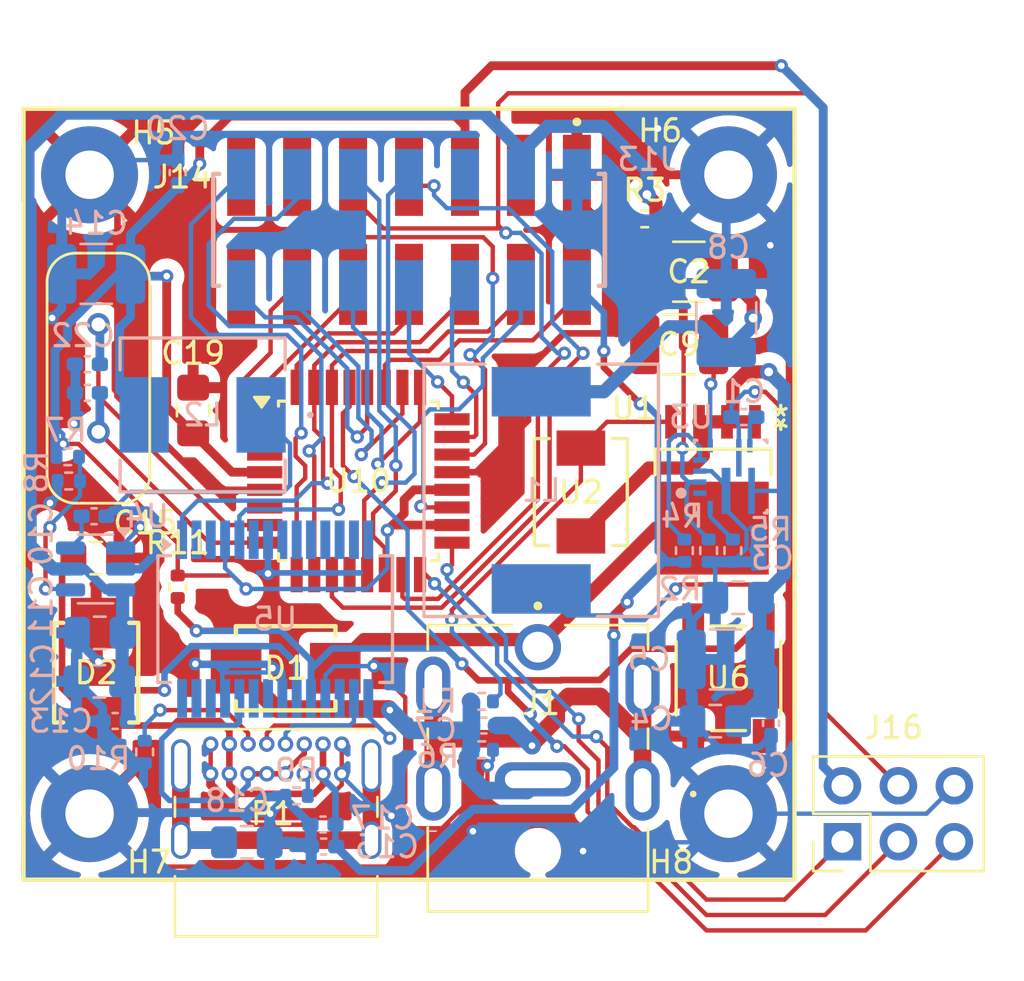
<source format=kicad_pcb>
(kicad_pcb (version 20240108) (generator "pcbnew") (generator_version "8.0")
  (layers (0 "F.Cu" signal) (31 "B.Cu" signal) (34 "B.Paste" user) (35 "F.Paste" user) (36 "B.SilkS" user "B.Silkscreen") (37 "F.SilkS" user "F.Silkscreen") (38 "B.Mask" user) (39 "F.Mask" user) (44 "Edge.Cuts" user))
  (net 0 "")
  (net 1 "GND")
  (net 2 "DIR")
  (net 3 "STEP")
  (net 4 "+12V")
  (net 5 "Net-(U3-BOOT)")
  (net 6 "Net-(U3-SW)")
  (net 7 "Net-(U3-FB)")
  (net 8 "PWR_IN_PROT")
  (net 9 "GND3")
  (net 10 "GND2")
  (net 11 "Net-(U3-SS)")
  (net 12 "Net-(U4-SW)")
  (net 13 "Net-(U4-VBST)")
  (net 14 "+5V_USBC")
  (net 15 "Net-(P1-SHIELD)")
  (net 16 "Quartz_1")
  (net 17 "Quartz_2")
  (net 18 "ADC0")
  (net 19 "ADC1")
  (net 20 "ADC2")
  (net 21 "ADC3")
  (net 22 "+24V")
  (net 23 "LED_0")
  (net 24 "LED_1")
  (net 25 "MOSI")
  (net 26 "SDA")
  (net 27 "RESET")
  (net 28 "TXD")
  (net 29 "RXD")
  (net 30 "SCL")
  (net 31 "MISO")
  (net 32 "SCK")
  (net 33 "USBD-")
  (net 34 "USBD+")
  (net 35 "Net-(P1-VCONN)")
  (net 36 "Net-(P1-CC)")
  (net 37 "Net-(U1-G)")
  (net 38 "Net-(U3-PG)")
  (net 39 "Net-(U3-MODE)")
  (net 40 "Net-(U4-VFB)")
  (net 41 "AREF")
  (net 59 "FAN_01_PWM_clockwise")
  (net 60 "FAN_01_PWM_counterclockwise")
  (net 61 "FAN_2_PWM")
  (net 62 "FAN_3_PWM")
  (net 64 "BLT_Switch")
  (net 65 "BLT_Servo")
  (net 66 "LED_3")
  (net 67 "LED_2")
  (footprint "MountingHole:MountingHole_2.2mm_M2_Pad_TopBottom" (layer "F.Cu") (at 103 132)
    (property "Reference" "H7")
    (property "Value" "MountHole")
  )
  (footprint "Imported_Component_Footprints:SZ1SMB5927BT3G" (layer "F.Cu") (at 125.3 117.4 90)
    (property "Reference" "U2")
    (property "Value" "SZ1SMB5927BT3G")
  )
  (footprint "MountingHole:MountingHole_2.2mm_M2_Pad_TopBottom" (layer "F.Cu") (at 132 103)
    (property "Reference" "H6")
    (property "Value" "MountHole")
  )
  (footprint "Connector_PinHeader_2.54mm:PinHeader_2x03_P2.54mm_Vertical" (layer "F.Cu") (at 137.175 133.275 90)
    (property "Reference" "J16")
    (property "Value" "ISP")
  )
  (footprint "Capacitor_SMD:C_1210_3225Metric_Pad1.33x2.70mm_HandSolder" (layer "F.Cu") (at 130.2 107.4 180)
    (property "Reference" "C2")
    (property "Value" "22nF")
  )
  (footprint "Imported_Component_Footprints:XTAL_ECS-160-18-4X-CKM" (layer "F.Cu") (at 103.4 112.2332 90)
    (property "Reference" "Y1" (hide yes))
    (property "Value" "ECS-160-18-4X-CKM")
  )
  (footprint "Imported_Component_Footprints:824521241" (layer "F.Cu") (at 103.3 125.6 -90)
    (property "Reference" "D2")
    (property "Value" "WE-TVSP_DO-214AA_600W_BI")
  )
  (footprint "Resistor_SMD:R_0402_1005Metric" (layer "F.Cu") (at 128.2 105 180)
    (property "Reference" "R3")
    (property "Value" "30k")
  )
  (footprint "Imported_Component_Footprints:824521241" (layer "F.Cu") (at 111.9 125.4)
    (property "Reference" "D1")
    (property "Value" "WE-TVSP_DO-214AA_600W_BI")
  )
  (footprint "Capacitor_SMD:C_0805_2012Metric_Pad1.18x1.45mm_HandSolder" (layer "F.Cu") (at 103.3 120.4)
    (property "Reference" "C15")
    (property "Value" "10µF")
  )
  (footprint "Capacitor_SMD:C_0805_2012Metric_Pad1.18x1.45mm_HandSolder" (layer "F.Cu") (at 107.7 113.7 90)
    (property "Reference" "C19")
    (property "Value" "4.7uF")
  )
  (footprint "Imported_Component_Footprints:SW_PTS647SM38SMTR2LFS_CNK" (layer "F.Cu") (at 132 125.8551 90)
    (property "Reference" "U6")
    (property "Value" "PTS647SM38SMTR2LFS")
  )
  (footprint "Imported_Component_Footprints:CUI_PJ-082BH" (layer "F.Cu") (at 123.35 133.6932)
    (property "Reference" "J1")
    (property "Value" "PJ-082BH")
  )
  (footprint "Capacitor_SMD:C_1210_3225Metric_Pad1.33x2.70mm_HandSolder" (layer "F.Cu") (at 129.7625 110.7 180)
    (property "Reference" "C9")
    (property "Value" "22nF")
  )
  (footprint "MountingHole:MountingHole_2.2mm_M2_Pad_TopBottom" (layer "F.Cu") (at 132 132)
    (property "Reference" "H8")
    (property "Value" "MountHole")
  )
  (footprint "MountingHole:MountingHole_2.2mm_M2_Pad_TopBottom" (layer "F.Cu") (at 103 103)
    (property "Reference" "H5")
    (property "Value" "MountHole")
  )
  (footprint "Connector_USB:USB_C_Receptacle_GCT_USB4085" (layer "F.Cu") (at 108.495 128.8432)
    (property "Reference" "P1")
    (property "Value" "USB_C_Plug_USB2.0")
  )
  (footprint "Resistor_SMD:R_0402_1005Metric" (layer "F.Cu") (at 107 121.7 -90)
    (property "Reference" "R11")
    (property "Value" "10k")
  )
  (footprint "Imported_Component_Footprints:SAMTEC_TSM-107-04-L-DV" (layer "F.Cu") (at 117.5 105.5)
    (property "Reference" "J14")
    (property "Value" "Steckverbinder_Male_Leistung")
  )
  (footprint "Package_QFP:TQFP-32_7x7mm_P0.8mm" (layer "F.Cu") (at 115.2 116.9)
    (property "Reference" "U10")
    (property "Value" "ATmega328PB-A")
  )
  (footprint "Imported_Component_Footprints:SQJ409EP_T1_GE3" (layer "F.Cu") (at 131.3 117.8207 180)
    (property "Reference" "U1")
    (property "Value" "SQJ409EP-T1_GE3")
  )
  (footprint "Imported_Component_Footprints:TPS56837HRPAR" (layer "B.Cu") (at 132.1 116.7)
    (property "Reference" "U3")
    (property "Value" "TPS56837HRPAR")
  )
  (footprint "Capacitor_SMD:C_0402_1005Metric_Pad0.74x0.62mm_HandSolder" (layer "B.Cu") (at 120.9 128 180)
    (property "Reference" "C7")
    (property "Value" "100nF")
  )
  (footprint "Capacitor_SMD:C_0805_2012Metric_Pad1.18x1.45mm_HandSolder" (layer "B.Cu") (at 103.4625 123.7932 180)
    (property "Reference" "C11")
    (property "Value" "10µF")
  )
  (footprint "Resistor_SMD:R_0402_1005Metric" (layer "B.Cu") (at 112.395 131.1932 180)
    (property "Reference" "R9")
    (property "Value" "5k1")
  )
  (footprint "Capacitor_SMD:C_1210_3225Metric_Pad1.33x2.70mm_HandSolder" (layer "B.Cu") (at 131.9 109.5 90)
    (property "Reference" "C8")
    (property "Value" "47µF")
  )
  (footprint "Capacitor_SMD:C_0402_1005Metric_Pad0.74x0.62mm_HandSolder" (layer "B.Cu") (at 102.9 111.6 180)
    (property "Reference" "C22")
    (property "Value" "18pF")
  )
  (footprint "Resistor_SMD:R_0402_1005Metric" (layer "B.Cu") (at 102.0525 116.9 180)
    (property "Reference" "R8")
    (property "Value" "10k")
  )
  (footprint "Capacitor_SMD:C_0402_1005Metric_Pad0.74x0.62mm_HandSolder" (layer "B.Cu") (at 102.9 112.9 180)
    (property "Reference" "C21" (hide yes))
    (property "Value" "18pF")
  )
  (footprint "Resistor_SMD:R_0402_1005Metric" (layer "B.Cu") (at 102.01 115.8)
    (property "Reference" "R7")
    (property "Value" "54.9k")
  )
  (footprint "Capacitor_SMD:C_0805_2012Metric_Pad1.18x1.45mm_HandSolder" (layer "B.Cu") (at 103.44 125.9932 180)
    (property "Reference" "C12")
    (property "Value" "10µF")
  )
  (footprint "Capacitor_SMD:C_0402_1005Metric_Pad0.74x0.62mm_HandSolder" (layer "B.Cu") (at 104.1625 127.7932 180)
    (property "Reference" "C13")
    (property "Value" "100nF")
  )
  (footprint "Capacitor_SMD:C_0402_1005Metric_Pad0.74x0.62mm_HandSolder" (layer "B.Cu") (at 113.6275 133.4932 180)
    (property "Reference" "C16")
    (property "Value" "100nF")
  )
  (footprint "Resistor_SMD:R_0402_1005Metric" (layer "B.Cu") (at 131.1 120.06 -90)
    (property "Reference" "R4")
    (property "Value" "1k58")
  )
  (footprint "Resistor_SMD:R_0402_1005Metric" (layer "B.Cu") (at 120.8 126.9 180)
    (property "Reference" "R1")
    (property "Value" "100k")
  )
  (footprint "Resistor_SMD:R_0402_1005Metric" (layer "B.Cu") (at 105.5 129.2 -90)
    (property "Reference" "R10")
    (property "Value" "5k1")
  )
  (footprint "Capacitor_SMD:C_0402_1005Metric_Pad0.74x0.62mm_HandSolder" (layer "B.Cu") (at 103.2 118.5)
    (property "Reference" "C10")
    (property "Value" "100nF")
  )
  (footprint "Capacitor_SMD:C_0402_1005Metric_Pad0.74x0.62mm_HandSolder" (layer "B.Cu") (at 113.595 132.4932 180)
    (property "Reference" "C17")
    (property "Value" "100nF")
  )
  (footprint "Imported_Component_Footprints:SPM10040T_4R7M_HZ" (layer "B.Cu") (at 123.5 117.32325 90)
    (property "Reference" "L1")
    (property "Value" "4.7µH")
  )
  (footprint "Capacitor_SMD:C_1210_3225Metric_Pad1.33x2.70mm_HandSolder" (layer "B.Cu") (at 131.87 125 180)
    (property "Reference" "C5")
    (property "Value" "10µF")
  )
  (footprint "Capacitor_SMD:C_0402_1005Metric_Pad0.74x0.62mm_HandSolder" (layer "B.Cu") (at 133.9325 127.9 -90)
    (property "Reference" "C6")
    (property "Value" "100nF")
  )
  (footprint "Package_TO_SOT_SMD:SOT-23-6" (layer "B.Cu") (at 103.2725 120.8932 180)
    (property "Reference" "U4")
    (property "Value" "TPS565208")
  )
  (footprint "Capacitor_SMD:C_0805_2012Metric_Pad1.18x1.45mm_HandSolder" (layer "B.Cu") (at 131.4 127.8 180)
    (property "Reference" "C4")
    (property "Value" "10µF")
  )
  (footprint "Capacitor_SMD:C_0805_2012Metric_Pad1.18x1.45mm_HandSolder" (layer "B.Cu") (at 110.1375 133.3)
    (property "Reference" "C18")
    (property "Value" "1uF")
  )
  (footprint "Resistor_SMD:R_0402_1005Metric" (layer "B.Cu") (at 132.2 120.06 -90)
    (property "Reference" "R5")
    (property "Value" "30.1k")
  )
  (footprint "Resistor_SMD:R_0402_1005Metric" (layer "B.Cu") (at 130 120.06 90)
    (property "Reference" "R2")
    (property "Value" "100k")
  )
  (footprint "Capacitor_SMD:C_0805_2012Metric_Pad1.18x1.45mm_HandSolder" (layer "B.Cu") (at 132.4375 122.2 180)
    (property "Reference" "C3")
    (property "Value" "10µF")
  )
  (footprint "Resistor_SMD:R_0402_1005Metric" (layer "B.Cu") (at 120.8 129.1)
    (property "Reference" "R6")
    (property "Value" "10")
  )
  (footprint "Package_SO:SSOP-28_5.3x10.2mm_P0.65mm" (layer "B.Cu") (at 111.425 123.1675 -90)
    (property "Reference" "U5")
    (property "Value" "FT232RL")
  )
  (footprint "Imported_Component_Footprints:SAMTEC_HLE-107-02-L-DV" (layer "B.Cu") (at 117.5 105.5)
    (property "Reference" "J13")
    (property "Value" "Steckverbinder_Female_Leistung")
  )
  (footprint "Imported_Component_Footprints:IHLP2525CZER3R3M11" (layer "B.Cu") (at 108.1301 113.9 180)
    (property "Reference" "L2")
    (property "Value" "3.3µH")
  )
  (footprint "Capacitor_SMD:C_1210_3225Metric_Pad1.33x2.70mm_HandSolder" (layer "B.Cu") (at 103.3 107.5 180)
    (property "Reference" "C14")
    (property "Value" "22µF")
  )
  (footprint "Capacitor_SMD:C_0402_1005Metric_Pad0.74x0.62mm_HandSolder" (layer "B.Cu") (at 107 102.9 90)
    (property "Reference" "C20")
    (property "Value" "100nF")
  )
  (footprint "Capacitor_SMD:C_0402_1005Metric_Pad0.74x0.62mm_HandSolder" (layer "B.Cu") (at 132.7 114 180)
    (property "Reference" "C1")
    (property "Value" "100nF")
  )
  (gr_rect (start 100 100) (end 135 135) (stroke (width 0.2)) (fill none) (layer "F.SilkS"))
  (segment (start 112.745 128.8432) (end 112.745 129.273961) (width 0.25) (layer "F.Cu") (net 0))
  (segment (start 112.745 129.273961) (end 111.895 130.123961) (width 0.25) (layer "F.Cu") (net 0))
  (segment (start 111.895 130.123961) (end 111.895 130.1932) (width 0.25) (layer "F.Cu") (net 0))
  (segment (start 111.895 130.1932) (end 110.195 130.1932) (width 0.25) (layer "F.Cu") (net 0))
  (segment (start 109.6425 128) (end 106.9 128) (width 0.25) (layer "B.Cu") (net 0))
  (segment (start 110.195 130.705) (end 110.195 130.1932) (width 0.25) (layer "B.Cu") (net 0))
  (segment (start 106.273089 128.626911) (end 106.273089 131.053992) (width 0.25) (layer "B.Cu") (net 0))
  (segment (start 109.8 127.8425) (end 109.6425 128) (width 0.25) (layer "B.Cu") (net 0))
  (segment (start 109.5 131.4) (end 110.195 130.705) (width 0.25) (layer "B.Cu") (net 0))
  (segment (start 109.8 126.7675) (end 109.8 127.8425) (width 0.25) (layer "B.Cu") (net 0))
  (segment (start 106.273089 131.053992) (end 106.619097 131.4) (width 0.25) (layer "B.Cu") (net 0))
  (segment (start 106.619097 131.4) (end 109.5 131.4) (width 0.25) (layer "B.Cu") (net 0))
  (segment (start 106.9 128) (end 106.273089 128.626911) (width 0.25) (layer "B.Cu") (net 0))
  (segment (start 104.265 104.265) (end 103 103) (width 0.3) (layer "F.Cu") (net 1))
  (segment (start 104.265 113.041166) (end 104.265 104.265) (width 0.3) (layer "F.Cu") (net 1))
  (segment (start 101.800001 114.3) (end 101.151529 114.948472) (width 0.2) (layer "F.Cu") (net 1))
  (segment (start 117.329301 131.470699) (end 117.329301 126.729299) (width 0.2) (layer "F.Cu") (net 1))
  (segment (start 125.4 133.7) (end 124.2432 132.5432) (width 0.2) (layer "F.Cu") (net 1))
  (segment (start 114.445 130.1932) (end 114.445 128.8432) (width 0.2) (layer "F.Cu") (net 1))
  (segment (start 122.9 111.832244) (end 124.532244 110.2) (width 0.3) (layer "F.Cu") (net 1))
  (segment (start 101.658579 114.3) (end 102.3 114.3) (width 0.4) (layer "F.Cu") (net 1))
  (segment (start 134.8 129.2) (end 132 132) (width 0.4) (layer "F.Cu") (net 1))
  (segment (start 105.3 119.4375) (end 104.3375 120.4) (width 0.2) (layer "F.Cu") (net 1))
  (segment (start 105.95 123.35) (end 103.3 123.35) (width 0.2) (layer "F.Cu") (net 1))
  (segment (start 101.151529 114.948472) (end 101.151529 117.214029) (width 0.2) (layer "F.Cu") (net 1))
  (segment (start 111.1 121.1) (end 111.300002 121.300002) (width 0.3) (layer "F.Cu") (net 1))
  (segment (start 101.151529 117.214029) (end 104.3375 120.4) (width 0.2) (layer "F.Cu") (net 1))
  (segment (start 103.398129 125.098811) (end 103.398129 123.448129) (width 0.4) (layer "F.Cu") (net 1))
  (segment (start 117.329301 126.729299) (end 115.900002 125.3) (width 0.2) (layer "F.Cu") (net 1))
  (segment (start 101.051529 114.90705) (end 101.658579 114.3) (width 0.4) (layer "F.Cu") (net 1))
  (segment (start 127.5375 106.5375) (end 125.12 104.12) (width 0.4) (layer "F.Cu") (net 1))
  (segment (start 108.495 130.1932) (end 108.495 128.8432) (width 0.2) (layer "F.Cu") (net 1))
  (segment (start 108.495 130.688174) (end 110.310026 132.5032) (width 0.2) (layer "F.Cu") (net 1))
  (segment (start 121.056112 130.607368) (end 118.99528 132.6682) (width 0.2) (layer "F.Cu") (net 1))
  (segment (start 108.495 130.688174) (end 109.806826 132) (width 0.4) (layer "F.Cu") (net 1))
  (segment (start 108.495 130.1932) (end 108.495 130.688174) (width 0.4) (layer "F.Cu") (net 1))
  (segment (start 103.398129 123.448129) (end 103.3 123.35) (width 0.4) (layer "F.Cu") (net 1))
  (segment (start 125.12 103.025) (end 125.145 103) (width 0.4) (layer "F.Cu") (net 1))
  (segment (start 108.523834 117.3) (end 104.265 113.041166) (width 0.3) (layer "F.Cu") (net 1))
  (segment (start 110.310026 132.5032) (end 112.629974 132.5032) (width 0.2) (layer "F.Cu") (net 1))
  (segment (start 121.056112 129.819257) (end 121.056112 130.607368) (width 0.2) (layer "F.Cu") (net 1))
  (segment (start 117.2682 132.6682) (end 116.7 132.1) (width 0.2) (layer "F.Cu") (net 1))
  (segment (start 125.145 103) (end 132 103) (width 0.4) (layer "F.Cu") (net 1))
  (segment (start 118.99528 132.6682) (end 117.2682 132.6682) (width 0.2) (layer "F.Cu") (net 1))
  (segment (start 101.3 109.5) (end 101.3 114.658579) (width 0.4) (layer "F.Cu") (net 1))
  (segment (start 107.8 125.2) (end 105.95 123.35) (width 0.2) (layer "F.Cu") (net 1))
  (segment (start 127.7 110.2) (end 128.2 110.7) (width 0.3) (layer "F.Cu") (net 1))
  (segment (start 124.532244 110.2) (end 127.7 110.2) (width 0.3) (layer "F.Cu") (net 1))
  (segment (start 117.2968 134.4032) (end 105.4032 134.4032) (width 0.2) (layer "F.Cu") (net 1))
  (segment (start 134.8 105.8) (end 134.8 129.2) (width 0.4) (layer "F.Cu") (net 1))
  (segment (start 101.2 117.9) (end 101.051529 117.751529) (width 0.4) (layer "F.Cu") (net 1))
  (segment (start 109.806826 132) (end 111.2 132) (width 0.4) (layer "F.Cu") (net 1))
  (segment (start 105.3 119) (end 105.3 119.4375) (width 0.2) (layer "F.Cu") (net 1))
  (segment (start 105.4032 134.4032) (end 103 132) (width 0.2) (layer "F.Cu") (net 1))
  (segment (start 101.3 114.658579) (end 101.051529 114.90705) (width 0.4) (layer "F.Cu") (net 1))
  (segment (start 111.300002 121.300002) (end 111.300002 125.392504) (width 0.3) (layer "F.Cu") (net 1))
  (segment (start 110.95 117.3) (end 108.523834 117.3) (width 0.3) (layer "F.Cu") (net 1))
  (segment (start 120.2682 132.6682) (end 117.2682 132.6682) (width 0.2) (layer "F.Cu") (net 1))
  (segment (start 124.2432 132.5432) (end 119.1568 132.5432) (width 0.2) (layer "F.Cu") (net 1))
  (segment (start 120.4 132.8) (end 120.2682 132.6682) (width 0.2) (layer "F.Cu") (net 1))
  (segment (start 122.9 114.15) (end 122.9 111.832244) (width 0.3) (layer "F.Cu") (net 1))
  (segment (start 119.1568 132.5432) (end 117.2968 134.4032) (width 0.2) (layer "F.Cu") (net 1))
  (segment (start 125.12 104.12) (end 125.12 103.025) (width 0.4) (layer "F.Cu") (net 1))
  (segment (start 132 103) (end 134.8 105.8) (width 0.4) (layer "F.Cu") (net 1))
  (segment (start 127.5375 110.0375) (end 127.5375 106.5375) (width 0.4) (layer "F.Cu") (net 1))
  (segment (start 112.629974 132.5032) (end 114.445 130.688174) (width 0.2) (layer "F.Cu") (net 1))
  (segment (start 116.7 132.1) (end 117.329301 131.470699) (width 0.2) (layer "F.Cu") (net 1))
  (segment (start 120.55 116.5) (end 122.9 114.15) (width 0.3) (layer "F.Cu") (net 1))
  (segment (start 101.051529 117.751529) (end 101.051529 114.90705) (width 0.4) (layer "F.Cu") (net 1))
  (segment (start 128.2 110.7) (end 127.5375 110.0375) (width 0.4) (layer "F.Cu") (net 1))
  (segment (start 114.445 130.688174) (end 114.445 130.1932) (width 0.2) (layer "F.Cu") (net 1))
  (segment (start 102.3 114.3) (end 101.800001 114.3) (width 0.2) (layer "F.Cu") (net 1))
  (segment (start 119.45 116.5) (end 120.55 116.5) (width 0.3) (layer "F.Cu") (net 1))
  (via (at 128.8 100.9) (size 0.6) (drill 0.3) (layers "F.Cu" "B.Cu") (net 1))
  (via (at 116.7 132.1) (size 0.6) (drill 0.3) (layers "F.Cu" "B.Cu") (net 1))
  (via (at 115.900002 125.3) (size 0.6) (drill 0.3) (layers "F.Cu" "B.Cu") (net 1))
  (via (at 121.056112 129.819257) (size 0.6) (drill 0.3) (layers "F.Cu" "B.Cu") (net 1))
  (via (at 102.3 114.3) (size 0.6) (drill 0.3) (layers "F.Cu" "B.Cu") (net 1))
  (via (at 103.398129 125.098811) (size 0.6) (drill 0.3) (layers "F.Cu" "B.Cu") (net 1))
  (via (at 101.2 117.9) (size 0.6) (drill 0.3) (layers "F.Cu" "B.Cu") (net 1))
  (via (at 111.2 132) (size 0.6) (drill 0.3) (layers "F.Cu" "B.Cu") (net 1))
  (via (at 101.3 109.5) (size 0.6) (drill 0.3) (layers "F.Cu" "B.Cu") (net 1))
  (via (at 133.9 106.2) (size 0.6) (drill 0.3) (layers "F.Cu" "B.Cu") (net 1))
  (via (at 105.3 119) (size 0.6) (drill 0.3) (layers "F.Cu" "B.Cu") (net 1))
  (via (at 120.4 132.8) (size 0.6) (drill 0.3) (layers "F.Cu" "B.Cu") (net 1))
  (via (at 107.8 125.2) (size 0.6) (drill 0.3) (layers "F.Cu" "B.Cu") (net 1))
  (via (at 111.300002 125.392504) (size 0.6) (drill 0.3) (layers "F.Cu" "B.Cu") (net 1))
  (via (at 125.4 133.7) (size 0.6) (drill 0.3) (layers "F.Cu" "B.Cu") (net 1))
  (via (at 111.1 121.1) (size 0.6) (drill 0.3) (layers "F.Cu" "B.Cu") (net 1))
  (segment (start 133.9325 128.4675) (end 133.9325 130.0675) (width 0.3) (layer "B.Cu") (net 1))
  (segment (start 111.1532 131.9532) (end 111.2 132) (width 0.4) (layer "B.Cu") (net 1))
  (segment (start 111.885 131.3507) (end 111.885 131.1932) (width 0.4) (layer "B.Cu") (net 1))
  (segment (start 103.595 128.124999) (end 103.595 127.7932) (width 0.4) (layer "B.Cu") (net 1))
  (segment (start 102.4025 123.8157) (end 102.425 123.7932) (width 0.4) (layer "B.Cu") (net 1))
  (segment (start 126.4 133.3) (end 125.6 132.5) (width 0.2) (layer "B.Cu") (net 1))
  (segment (start 113.06 133.4932) (end 113.06 132.5257) (width 0.4) (layer "B.Cu") (net 1))
  (segment (start 116.7 132.1) (end 116.6 132) (width 0.2) (layer "B.Cu") (net 1))
  (segment (start 105.5 129.71) (end 105.180001 129.71) (width 0.4) (layer "B.Cu") (net 1))
  (segment (start 133.9325 130.0675) (end 132 132) (width 0.3) (layer "B.Cu") (net 1))
  (segment (start 103 132) (end 103.0468 131.9532) (width 0.4) (layer "B.Cu") (net 1))
  (segment (start 131.89 117.115002) (end 131.89 117.350001) (width 0.2) (layer "B.Cu") (net 1))
  (segment (start 131.89 117.350001) (end 131.89 118.200002) (width 0.2) (layer "B.Cu") (net 1))
  (segment (start 105.180001 129.71) (end 103.595 128.124999) (width 0.4) (layer "B.Cu") (net 1))
  (segment (start 130.7 133.3) (end 126.4 133.3) (width 0.2) (layer "B.Cu") (net 1))
  (segment (start 102.4025 125.9932) (end 102.4025 123.8157) (width 0.4) (layer "B.Cu") (net 1))
  (segment (start 111.550004 125.392504) (end 111.300002 125.392504) (width 0.3) (layer "B.Cu") (net 1))
  (segment (start 101.7375 109.0625) (end 101.3 109.5) (width 0.4) (layer "B.Cu") (net 1))
  (segment (start 109.025 125.675) (end 109.025 125.8) (width 0.2) (layer "B.Cu") (net 1))
  (segment (start 109.025 125.8) (end 109.025 126.6425) (width 0.2) (layer "B.Cu") (net 1))
  (segment (start 113.7 125.7175) (end 113.7 126.7675) (width 0.2) (layer "B.Cu") (net 1))
  (segment (start 111.885 131.315) (end 111.2 132) (width 0.4) (layer "B.Cu") (net 1))
  (segment (start 131.9 103.1) (end 132 103) (width 0.4) (layer "B.Cu") (net 1))
  (segment (start 102.425 124.125682) (end 103.398129 125.098811) (width 0.4) (layer "B.Cu") (net 1))
  (segment (start 109.025 125.5925) (end 108.6325 125.2) (width 0.2) (layer "B.Cu") (net 1))
  (segment (start 132 132) (end 130.3 133.7) (width 0.2) (layer "B.Cu") (net 1))
  (segment (start 104.41 119.89) (end 105.3 119) (width 0.2) (layer "B.Cu") (net 1))
  (segment (start 112.8668 133.3) (end 113.06 133.4932) (width 0.4) (layer "B.Cu") (net 1))
  (segment (start 142.255 130.735) (end 140.99 132) (width 0.2) (layer "B.Cu") (net 1))
  (segment (start 111.75 125.5925) (end 111.550004 125.392504) (width 0.3) (layer "B.Cu") (net 1))
  (segment (start 113.06 132.5257) (end 113.0275 132.4932) (width 0.4) (layer "B.Cu") (net 1))
  (segment (start 103.595 127.7932) (end 103.595 127.1857) (width 0.4) (layer "B.Cu") (net 1))
  (segment (start 130.3075 125) (end 130.3075 123.2925) (width 0.3) (layer "B.Cu") (net 1))
  (segment (start 111.75 126.7675) (end 111.75 125.5925) (width 0.3) (layer "B.Cu") (net 1))
  (segment (start 130.3 133.7) (end 125.4 133.7) (width 0.2) (layer "B.Cu") (net 1))
  (segment (start 107 102.3325) (end 103.6675 102.3325) (width 0.2) (layer "B.Cu") (net 1))
  (segment (start 130.3625 127.8) (end 131.5375 128.975) (width 0.3) (layer "B.Cu") (net 1))
  (segment (start 108.6325 125.2) (end 107.8 125.2) (width 0.2) (layer "B.Cu") (net 1))
  (segment (start 130.3075 125) (end 130.3075 127.745) (width 0.3) (layer "B.Cu") (net 1))
  (segment (start 102.3325 112.9) (end 102.3325 111.6) (width 0.4) (layer "B.Cu") (net 1))
  (segment (start 114.445 130.28386) (end 114.445 130.1932) (width 0.2) (layer "B.Cu") (net 1))
  (segment (start 109.025 126.6425) (end 109.15 126.7675) (width 0.2) (layer "B.Cu") (net 1))
  (segment (start 104.41 119.9432) (end 104.41 119.89) (width 0.2) (layer "B.Cu") (net 1))
  (segment (start 103.0468 131.9532) (end 111.1532 131.9532) (width 0.4) (layer "B.Cu") (net 1))
  (segment (start 121.056112 129.819257) (end 121.31 129.565369) (width 0.2) (layer "B.Cu") (net 1))
  (segment (start 103.6675 102.3325) (end 103 103) (width 0.2) (layer "B.Cu") (net 1))
  (segment (start 132.82 119.95) (end 132.2 120.57) (width 0.2) (layer "B.Cu") (net 1))
  (segment (start 113.0275 132.4932) (end 111.885 131.3507) (width 0.4) (layer "B.Cu") (net 1))
  (segment (start 133.425 128.975) (end 133.9325 128.4675) (width 0.3) (layer "B.Cu") (net 1))
  (segment (start 105.29 129.71) (end 103 132) (width 0.4) (layer "B.Cu") (net 1))
  (segment (start 111.885 131.1932) (end 111.885 131.315) (width 0.4) (layer "B.Cu") (net 1))
  (segment (start 116.6 132) (end 116.16114 132) (width 0.2) (layer "B.Cu") (net 1))
  (segment (start 105.5 129.71) (end 105.29 129.71) (width 0.4) (layer "B.Cu") (net 1))
  (segment (start 130.3075 123.2925) (end 131.4 122.2) (width 0.3) (layer "B.Cu") (net 1))
  (segment (start 131.4 120.87) (end 131.1 120.57) (width 0.2) (layer "B.Cu") (net 1))
  (segment (start 109.1075 125.5925) (end 109.025 125.675) (width 0.2) (layer "B.Cu") (net 1))
  (segment (start 103.595 127.1857) (end 102.4025 125.9932) (width 0.4) (layer "B.Cu") (net 1))
  (segment (start 116.16114 132) (end 114.445 130.28386) (width 0.2) (layer "B.Cu") (net 1))
  (segment (start 131.224998 116.45) (end 131.89 117.115002) (width 0.2) (layer "B.Cu") (net 1))
  (segment (start 111.75 126.7675) (end 111.75 125.6925) (width 0.2) (layer "B.Cu") (net 1))
  (segment (start 140.99 132) (end 132 132) (width 0.2) (layer "B.Cu") (net 1))
  (segment (start 114.1175 125.3) (end 113.7 125.7175) (width 0.2) (layer "B.Cu") (net 1))
  (segment (start 111.75 125.6925) (end 111.65 125.5925) (width 0.2) (layer "B.Cu") (net 1))
  (segment (start 109.025 125.8) (end 109.025 125.5925) (width 0.2) (layer "B.Cu") (net 1))
  (segment (start 130.3075 127.745) (end 130.3625 127.8) (width 0.3) (layer "B.Cu") (net 1))
  (segment (start 101.5425 117.5575) (end 101.2 117.9) (width 0.4) (layer "B.Cu") (net 1))
  (segment (start 111.65 125.5925) (end 109.1075 125.5925) (width 0.2) (layer "B.Cu") (net 1))
  (segment (start 131.5375 128.975) (end 133.425 128.975) (width 0.3) (layer "B.Cu") (net 1))
  (segment (start 101.7375 107.5) (end 101.7375 109.0625) (width 0.4) (layer "B.Cu") (net 1))
  (segment (start 101.7375 104.2625) (end 103 103) (width 0.4) (layer "B.Cu") (net 1))
  (segment (start 111.175 133.3) (end 112.8668 133.3) (width 0.4) (layer "B.Cu") (net 1))
  (segment (start 102.3325 114.2675) (end 102.3 114.3) (width 0.4) (layer "B.Cu") (net 1))
  (segment (start 111.1 119.5675) (end 111.1 121.1) (width 0.3) (layer "B.Cu") (net 1))
  (segment (start 132 132) (end 130.7 133.3) (width 0.2) (layer "B.Cu") (net 1))
  (segment (start 131.89 118.200002) (end 132.82 119.130002) (width 0.2) (layer "B.Cu") (net 1))
  (segment (start 115.900002 125.3) (end 114.1175 125.3) (width 0.2) (layer "B.Cu") (net 1))
  (segment (start 131.9 107.9375) (end 131.9 103.1) (width 0.4) (layer "B.Cu") (net 1))
  (segment (start 125.6 132.5) (end 120.7 132.5) (width 0.2) (layer "B.Cu") (net 1))
  (segment (start 102.425 123.7932) (end 102.425 124.125682) (width 0.4) (layer "B.Cu") (net 1))
  (segment (start 121.31 129.565369) (end 121.31 129.1) (width 0.2) (layer "B.Cu") (net 1))
  (segment (start 130.7 116.45) (end 131.224998 116.45) (width 0.2) (layer "B.Cu") (net 1))
  (segment (start 101.5425 116.9) (end 101.5425 117.5575) (width 0.4) (layer "B.Cu") (net 1))
  (segment (start 131.4 122.2) (end 131.4 120.87) (width 0.2) (layer "B.Cu") (net 1))
  (segment (start 132.82 119.130002) (end 132.82 119.95) (width 0.2) (layer "B.Cu") (net 1))
  (segment (start 102.3325 112.9) (end 102.3325 114.2675) (width 0.4) (layer "B.Cu") (net 1))
  (segment (start 101.7375 107.5) (end 101.7375 104.2625) (width 0.4) (layer "B.Cu") (net 1))
  (segment (start 120.7 132.5) (end 120.4 132.8) (width 0.2) (layer "B.Cu") (net 1))
  (segment (start 112.4 112.65) (end 112.4 111.65) (width 0.2) (layer "F.Cu") (net 2))
  (segment (start 117.5 109.5) (end 117.5 107.975) (width 0.2) (layer "F.Cu") (net 2))
  (segment (start 113.85 110.2) (end 116.8 110.2) (width 0.2) (layer "F.Cu") (net 2))
  (segment (start 116.8 110.2) (end 117.5 109.5) (width 0.2) (layer "F.Cu") (net 2))
  (segment (start 112.4 111.65) (end 113.85 110.2) (width 0.2) (layer "F.Cu") (net 2))
  (segment (start 114.5 122.65) (end 118.984314 122.65) (width 0.2) (layer "F.Cu") (net 3))
  (segment (start 118.984314 122.65) (end 123.88 117.754314) (width 0.2) (layer "F.Cu") (net 3))
  (segment (start 118.635002 103.5) (end 117.975 103.5) (width 0.2) (layer "F.Cu") (net 3))
  (segment (start 123.88 112.620012) (end 125.400012 111.1) (width 0.2) (layer "F.Cu") (net 3))
  (segment (start 123.88 117.754314) (end 123.88 112.620012) (width 0.2) (layer "F.Cu") (net 3))
  (segment (start 114 122.15) (end 114.5 122.65) (width 0.2) (layer "F.Cu") (net 3))
  (segment (start 114 121.15) (end 114 122.15) (width 0.2) (layer "F.Cu") (net 3))
  (segment (start 117.975 103.5) (end 117.5 103.025) (width 0.2) (layer "F.Cu") (net 3))
  (via (at 118.635002 103.5) (size 0.6) (drill 0.3) (layers "F.Cu" "B.Cu") (net 3))
  (via (at 125.400012 111.1) (size 0.6) (drill 0.3) (layers "F.Cu" "B.Cu") (net 3))
  (segment (start 118.635002 103.935002) (end 119.22 104.52) (width 0.2) (layer "B.Cu") (net 3))
  (segment (start 124.000002 106.499317) (end 124.000002 109.69999) (width 0.2) (layer "B.Cu") (net 3))
  (segment (start 119.22 104.52) (end 122.020685 104.52) (width 0.2) (layer "B.Cu") (net 3))
  (segment (start 122.020685 104.52) (end 124.000002 106.499317) (width 0.2) (layer "B.Cu") (net 3))
  (segment (start 124.000002 109.69999) (end 125.400012 111.1) (width 0.2) (layer "B.Cu") (net 3))
  (segment (start 118.635002 103.5) (end 118.635002 103.935002) (width 0.2) (layer "B.Cu") (net 3))
  (segment (start 128.3 103.9) (end 128.71 104.31) (width 0.6) (layer "F.Cu") (net 4))
  (segment (start 129.3625 105) (end 131.7625 107.4) (width 0.6) (layer "F.Cu") (net 4))
  (segment (start 128.71 105) (end 129.3625 105) (width 0.6) (layer "F.Cu") (net 4))
  (segment (start 128.71 104.31) (end 128.71 105) (width 0.6) (layer "F.Cu") (net 4))
  (segment (start 133.1215 108.759) (end 133.1215 109.505458) (width 0.6) (layer "F.Cu") (net 4))
  (segment (start 131.7625 107.4) (end 133.1215 108.759) (width 0.6) (layer "F.Cu") (net 4))
  (via (at 133.1215 109.505458) (size 0.8) (drill 0.4) (layers "F.Cu" "B.Cu") (net 4))
  (via (at 128.3 103.9) (size 0.8) (drill 0.4) (layers "F.Cu" "B.Cu") (net 4))
  (segment (start 104.4775 125.9932) (end 104.4775 123.8157) (width 0.6) (layer "B.Cu") (net 4))
  (segment (start 100.2 104.159798) (end 100.3 104.259798) (width 0.6) (layer "B.Cu") (net 4))
  (segment (start 123.5 112.8465) (end 126.3479 112.8465) (width 0.6) (layer "B.Cu") (net 4))
  (segment (start 100.3 104.259798) (end 100.3 119.835516) (width 0.6) (layer "B.Cu") (net 4))
  (segment (start 104.4775 123.8157) (end 104.5 123.7932) (width 0.6) (layer "B.Cu") (net 4))
  (segment (start 100.2 101.840202) (end 100.2 104.159798) (width 0.6) (layer "B.Cu") (net 4))
  (segment (start 104.73 126.2457) (end 104.4775 125.9932) (width 0.6) (layer "B.Cu") (net 4))
  (segment (start 122.58 102.975) (end 122.58 102.465) (width 0.6) (layer "B.Cu") (net 4))
  (segment (start 104.5 121.9332) (end 104.41 121.8432) (width 0.6) (layer "B.Cu") (net 4))
  (segment (start 122.58 102.465) (end 122.58 101.88) (width 0.6) (layer "B.Cu") (net 4))
  (segment (start 101.840202 100.2) (end 100.2 101.840202) (width 0.6) (layer "B.Cu") (net 4))
  (segment (start 133.1215 109.505458) (end 133.1215 109.841) (width 0.6) (layer "B.Cu") (net 4))
  (segment (start 103.7432 121.8432) (end 102.7932 120.8932) (width 0.4) (layer "B.Cu") (net 4))
  (segment (start 129.2944 109.9) (end 130.7375 109.9) (width 0.6) (layer "B.Cu") (net 4))
  (segment (start 104.5 123.7932) (end 104.5 121.9332) (width 0.6) (layer "B.Cu") (net 4))
  (segment (start 122.58 102.02) (end 123.8 100.8) (width 0.6) (layer "B.Cu") (net 4))
  (segment (start 126.3 100.8) (end 128.3 102.8) (width 0.6) (layer "B.Cu") (net 4))
  (segment (start 104.41 121.8432) (end 103.7432 121.8432) (width 0.4) (layer "B.Cu") (net 4))
  (segment (start 128.3 102.8) (end 128.3 103.9) (width 0.6) (layer "B.Cu") (net 4))
  (segment (start 104.73 127.7932) (end 104.73 126.2457) (width 0.6) (layer "B.Cu") (net 4))
  (segment (start 122.58 101.88) (end 120.9 100.2) (width 0.6) (layer "B.Cu") (net 4))
  (segment (start 130.7375 109.9) (end 131.9 111.0625) (width 0.6) (layer "B.Cu") (net 4))
  (segment (start 122.58 102.465) (end 122.58 102.02) (width 0.6) (layer "B.Cu") (net 4))
  (segment (start 100.3 119.835516) (end 101.357684 120.8932) (width 0.6) (layer "B.Cu") (net 4))
  (segment (start 120.9 100.2) (end 101.840202 100.2) (width 0.6) (layer "B.Cu") (net 4))
  (segment (start 123.8 100.8) (end 126.3 100.8) (width 0.6) (layer "B.Cu") (net 4))
  (segment (start 102.7932 120.8932) (end 102.135 120.8932) (width 0.4) (layer "B.Cu") (net 4))
  (segment (start 126.3479 112.8465) (end 129.2944 109.9) (width 0.6) (layer "B.Cu") (net 4))
  (segment (start 133.1215 109.841) (end 131.9 111.0625) (width 0.6) (layer "B.Cu") (net 4))
  (segment (start 101.357684 120.8932) (end 102.135 120.8932) (width 0.6) (layer "B.Cu") (net 4))
  (segment (start 132.970001 115.3) (end 132.970001 114.297499) (width 0.2) (layer "B.Cu") (net 5))
  (segment (start 132.970001 114.297499) (end 133.2675 114) (width 0.2) (layer "B.Cu") (net 5))
  (segment (start 134.034314 121.6) (end 134.3 121.334314) (width 0.2) (layer "F.Cu") (net 6))
  (segment (start 134.3 121.334314) (end 134.3 113.4802) (width 0.2) (layer "F.Cu") (net 6))
  (segment (start 129.8 121.6) (end 134.034314 121.6) (width 0.2) (layer "F.Cu") (net 6))
  (segment (start 129.6 121.8) (end 129.8 121.6) (width 0.2) (layer "F.Cu") (net 6))
  (segment (start 134.3 113.4802) (end 133.671698 112.851898) (width 0.2) (layer "F.Cu") (net 6))
  (segment (start 133.671698 112.851898) (end 133.2 112.851898) (width 0.2) (layer "F.Cu") (net 6))
  (via (at 133.2 112.851898) (size 0.6) (drill 0.3) (layers "F.Cu" "B.Cu") (net 6))
  (via (at 129.6 121.8) (size 0.6) (drill 0.3) (layers "F.Cu" "B.Cu") (net 6))
  (segment (start 127.357403 123.215256) (end 128.184744 123.215256) (width 0.2) (layer "B.Cu") (net 6))
  (segment (start 132.1325 113.4675) (end 132.748102 112.851898) (width 0.2) (layer "B.Cu") (net 6))
  (segment (start 132.469999 115.849999) (end 132.469999 114.337499) (width 0.2) (layer "B.Cu") (net 6))
  (segment (start 132.748102 112.851898) (end 133.2 112.851898) (width 0.2) (layer "B.Cu") (net 6))
  (segment (start 124.7 123) (end 127.142147 123) (width 0.2) (layer "B.Cu") (net 6))
  (segment (start 123.5 121.8) (end 124.7 123) (width 0.2) (layer "B.Cu") (net 6))
  (segment (start 128.184744 123.215256) (end 129.6 121.8) (width 0.2) (layer "B.Cu") (net 6))
  (segment (start 132.469999 114.337499) (end 132.1325 114) (width 0.2) (layer "B.Cu") (net 6))
  (segment (start 127.142147 123) (end 127.357403 123.215256) (width 0.2) (layer "B.Cu") (net 6))
  (segment (start 132.1325 114) (end 132.1325 113.4675) (width 0.2) (layer "B.Cu") (net 6))
  (segment (start 129.965 115.353433) (end 129.906631 115.411802) (width 0.2) (layer "F.Cu") (net 7))
  (segment (start 127.69 105.841472) (end 127.69 105) (width 0.4) (layer "F.Cu") (net 7))
  (segment (start 129.95 110.8) (end 129.965 110.815) (width 0.2) (layer "F.Cu") (net 7))
  (segment (start 129.95 108.7125) (end 128.6375 107.4) (width 0.4) (layer "F.Cu") (net 7))
  (segment (start 128.6375 106.788972) (end 127.69 105.841472) (width 0.4) (layer "F.Cu") (net 7))
  (segment (start 128.6375 107.4) (end 128.6375 106.788972) (width 0.4) (layer "F.Cu") (net 7))
  (segment (start 129.95 110.8) (end 129.95 108.7125) (width 0.4) (layer "F.Cu") (net 7))
  (segment (start 129.965 110.815) (end 129.965 115.353433) (width 0.2) (layer "F.Cu") (net 7))
  (via (at 129.906631 115.411802) (size 0.6) (drill 0.3) (layers "F.Cu" "B.Cu") (net 7))
  (segment (start 130.100001 117.115684) (end 130.265685 116.95) (width 0.2) (layer "B.Cu") (net 7))
  (segment (start 130.265685 116.95) (end 130.7 116.95) (width 0.2) (layer "B.Cu") (net 7))
  (segment (start 131.1 119.55) (end 130.100001 118.550001) (width 0.2) (layer "B.Cu") (net 7))
  (segment (start 129.906631 115.411802) (end 129.906631 116.681629) (width 0.2) (layer "B.Cu") (net 7))
  (segment (start 130.100001 118.550001) (end 130.100001 117.115684) (width 0.2) (layer "B.Cu") (net 7))
  (segment (start 129.906631 115.411802) (end 130.009318 115.514489) (width 0.2) (layer "B.Cu") (net 7))
  (segment (start 130.175002 116.95) (end 130.7 116.95) (width 0.2) (layer "B.Cu") (net 7))
  (segment (start 129.906631 116.681629) (end 130.175002 116.95) (width 0.2) (layer "B.Cu") (net 7))
  (segment (start 130.855767 115.753868) (end 130.855767 114.404667) (width 0.6) (layer "F.Cu") (net 8))
  (segment (start 132.2 112.54651) (end 132.2 113.9489) (width 0.6) (layer "F.Cu") (net 8))
  (segment (start 125.3 119.3939) (end 128.382098 116.311802) (width 0.6) (layer "F.Cu") (net 8))
  (segment (start 130.665 114.2139) (end 133.205 114.2139) (width 0.6) (layer "F.Cu") (net 8))
  (segment (start 132.799043 111.947467) (end 132.2 112.54651) (width 0.6) (layer "F.Cu") (net 8))
  (segment (start 128.382098 116.311802) (end 130.297833 116.311802) (width 0.6) (layer "F.Cu") (net 8))
  (segment (start 130.297833 116.311802) (end 130.855767 115.753868) (width 0.6) (layer "F.Cu") (net 8))
  (segment (start 130.855767 114.404667) (end 130.665 114.2139) (width 0.6) (layer "F.Cu") (net 8))
  (segment (start 133.826624 111.947467) (end 132.799043 111.947467) (width 0.6) (layer "F.Cu") (net 8))
  (segment (start 132.2 113.9489) (end 131.935 114.2139) (width 0.6) (layer "F.Cu") (net 8))
  (via (at 133.826624 111.947467) (size 0.8) (drill 0.4) (layers "F.Cu" "B.Cu") (net 8))
  (segment (start 133.4325 125) (end 133.4325 122.2425) (width 0.6) (layer "B.Cu") (net 8))
  (segment (start 133.9325 125.5) (end 133.4325 125) (width 0.6) (layer "B.Cu") (net 8))
  (segment (start 133.4325 125) (end 133.4325 126.805) (width 0.6) (layer "B.Cu") (net 8))
  (segment (start 134.530671 117.1) (end 134.530671 121.144329) (width 0.6) (layer "B.Cu") (net 8))
  (segment (start 133.826624 111.947467) (end 134.530671 112.651514) (width 0.6) (layer "B.Cu") (net 8))
  (segment (start 133.05 117.35) (end 134.280671 117.35) (width 0.2) (layer "B.Cu") (net 8))
  (segment (start 132.4375 127.8) (end 132.905 127.3325) (width 0.6) (layer "B.Cu") (net 8))
  (segment (start 133.4325 126.805) (end 132.4375 127.8) (width 0.6) (layer "B.Cu") (net 8))
  (segment (start 134.280671 117.35) (end 134.530671 117.1) (width 0.2) (layer "B.Cu") (net 8))
  (segment (start 133.9325 127.3325) (end 133.9325 125.5) (width 0.6) (layer "B.Cu") (net 8))
  (segment (start 134.530671 112.651514) (end 134.530671 117.1) (width 0.6) (layer "B.Cu") (net 8))
  (segment (start 134.530671 121.144329) (end 133.475 122.2) (width 0.6) (layer "B.Cu") (net 8))
  (segment (start 132.905 127.3325) (end 133.9325 127.3325) (width 0.6) (layer "B.Cu") (net 8))
  (segment (start 133.4325 122.2425) (end 133.475 122.2) (width 0.6) (layer "B.Cu") (net 8))
  (segment (start 124.183349 127.696953) (end 123.084314 128.795988) (width 0.8) (layer "F.Cu") (net 9))
  (segment (start 118.6 128.6) (end 122.768628 128.6) (width 0.8) (layer "F.Cu") (net 9))
  (segment (start 128.1 130.9432) (end 128.1 128.6) (width 0.8) (layer "F.Cu") (net 9))
  (segment (start 124.739846 126.682917) (end 124.183349 127.239414) (width 0.8) (layer "F.Cu") (net 9))
  (segment (start 118.6 126.2432) (end 118.6 128.6) (width 0.8) (layer "F.Cu") (net 9))
  (segment (start 122.768628 128.6) (end 123.084314 128.915686) (width 0.8) (layer "F.Cu") (net 9))
  (segment (start 118.6 128.6) (end 118.6 130.9432) (width 0.8) (layer "F.Cu") (net 9))
  (segment (start 126.182917 126.682917) (end 124.739846 126.682917) (width 0.8) (layer "F.Cu") (net 9))
  (segment (start 123.084314 128.795988) (end 123.084314 128.915686) (width 0.8) (layer "F.Cu") (net 9))
  (segment (start 128.1 128.6) (end 126.182917 126.682917) (width 0.8) (layer "F.Cu") (net 9))
  (segment (start 128.1 128.6) (end 128.1 126.2432) (width 0.8) (layer "F.Cu") (net 9))
  (segment (start 124.183349 127.239414) (end 124.183349 127.696953) (width 0.8) (layer "F.Cu") (net 9))
  (via (at 123.084314 128.915686) (size 0.6) (drill 0.3) (layers "F.Cu" "B.Cu") (net 9))
  (segment (start 122.168628 128) (end 121.4675 128) (width 0.8) (layer "B.Cu") (net 9))
  (segment (start 123.084314 128.915686) (end 122.168628 128) (width 0.8) (layer "B.Cu") (net 9))
  (segment (start 109.65 125.4) (end 111.5 127.25) (width 0.8) (layer "F.Cu") (net 10))
  (segment (start 116.57929 127.25) (end 116.629301 127.300011) (width 0.8) (layer "F.Cu") (net 10))
  (segment (start 111.5 127.25) (end 116.57929 127.25) (width 0.8) (layer "F.Cu") (net 10))
  (via (at 116.629301 127.300011) (size 0.6) (drill 0.3) (layers "F.Cu" "B.Cu") (net 10))
  (segment (start 120.3325 128) (end 120.3325 126.9425) (width 0.8) (layer "B.Cu") (net 10))
  (segment (start 120.156112 130.19205) (end 120.914062 130.95) (width 0.8) (layer "B.Cu") (net 10))
  (segment (start 120.3325 128) (end 120.1143 128.2182) (width 0.8) (layer "B.Cu") (net 10))
  (segment (start 120.156112 129.446464) (end 120.156112 130.19205) (width 0.8) (layer "B.Cu") (net 10))
  (segment (start 122.8432 130.95) (end 123.35 130.4432) (width 0.8) (layer "B.Cu") (net 10))
  (segment (start 120.914062 130.95) (end 122.8432 130.95) (width 0.8) (layer "B.Cu") (net 10))
  (segment (start 120.3325 129.0575) (end 120.29 129.1) (width 0.8) (layer "B.Cu") (net 10))
  (segment (start 120.29 129.1) (end 120.29 129.312576) (width 0.8) (layer "B.Cu") (net 10))
  (segment (start 120.29 129.312576) (end 120.156112 129.446464) (width 0.8) (layer "B.Cu") (net 10))
  (segment (start 120.1143 128.2182) (end 117.54749 128.2182) (width 0.8) (layer "B.Cu") (net 10))
  (segment (start 120.3325 126.9425) (end 120.29 126.9) (width 0.8) (layer "B.Cu") (net 10))
  (segment (start 120.3325 128) (end 120.3325 129.0575) (width 0.8) (layer "B.Cu") (net 10))
  (segment (start 117.54749 128.2182) (end 116.629301 127.300011) (width 0.8) (layer "B.Cu") (net 10))
  (segment (start 131.325 110.7) (end 131.325 112.375016) (width 0.2) (layer "F.Cu") (net 11))
  (segment (start 131.325 112.375016) (end 131.2 112.500016) (width 0.2) (layer "F.Cu") (net 11))
  (via (at 131.2 112.500016) (size 0.6) (drill 0.3) (layers "F.Cu" "B.Cu") (net 11))
  (segment (start 131.169999 115.3) (end 131.169999 112.530017) (width 0.2) (layer "B.Cu") (net 11))
  (segment (start 131.169999 112.530017) (end 131.2 112.500016) (width 0.2) (layer "B.Cu") (net 11))
  (segment (start 106.05 118.689339) (end 106.05 120.15) (width 0.4) (layer "B.Cu") (net 12))
  (segment (start 111.807502 117.392498) (end 104.875002 117.392498) (width 0.2) (layer "B.Cu") (net 12))
  (segment (start 105.3068 120.8932) (end 104.41 120.8932) (width 0.4) (layer "B.Cu") (net 12))
  (segment (start 106.05 120.15) (end 105.3068 120.8932) (width 0.4) (layer "B.Cu") (net 12))
  (segment (start 104.0175 118.25) (end 105.610661 118.25) (width 0.4) (layer "B.Cu") (net 12))
  (segment (start 104.875002 117.392498) (end 103.7675 118.5) (width 0.2) (layer "B.Cu") (net 12))
  (segment (start 112.1 115.2156) (end 112.1 117.1) (width 0.2) (layer "B.Cu") (net 12))
  (segment (start 105.610661 118.25) (end 106.05 118.689339) (width 0.4) (layer "B.Cu") (net 12))
  (segment (start 112.1 117.1) (end 111.807502 117.392498) (width 0.2) (layer "B.Cu") (net 12))
  (segment (start 110.7844 113.9) (end 112.1 115.2156) (width 0.2) (layer "B.Cu") (net 12))
  (segment (start 103.7675 118.5) (end 104.0175 118.25) (width 0.4) (layer "B.Cu") (net 12))
  (segment (start 102.6325 118.5) (end 102.6325 119.4457) (width 0.2) (layer "B.Cu") (net 13))
  (segment (start 102.6325 119.4457) (end 102.135 119.9432) (width 0.2) (layer "B.Cu") (net 13))
  (segment (start 113.183174 131.1) (end 113.595 130.688174) (width 0.3) (layer "F.Cu") (net 14))
  (segment (start 109.756826 131.1) (end 113.183174 131.1) (width 0.3) (layer "F.Cu") (net 14))
  (segment (start 101.75 126.3) (end 103.3 127.85) (width 0.3) (layer "F.Cu") (net 14))
  (segment (start 104.75 126.4) (end 106.4 126.4) (width 0.3) (layer "F.Cu") (net 14))
  (segment (start 126.343439 111.743439) (end 126.343439 110.99457) (width 0.3) (layer "F.Cu") (net 14))
  (segment (start 103.45 128) (end 103.3 127.85) (width 0.3) (layer "F.Cu") (net 14))
  (segment (start 109.345 130.1932) (end 109.345 130.688174) (width 0.3) (layer "F.Cu") (net 14))
  (segment (start 127.4 122.4) (end 126.8 123) (width 0.4) (layer "F.Cu") (net 14))
  (segment (start 101.75 120.9125) (end 101.75 126.3) (width 0.3) (layer "F.Cu") (net 14))
  (segment (start 109.345 128.245) (end 108.9 127.8) (width 0.3) (layer "F.Cu") (net 14))
  (segment (start 102.2625 120.4) (end 101.75 120.9125) (width 0.3) (layer "F.Cu") (net 14))
  (segment (start 113.595 130.688174) (end 113.595 130.1932) (width 0.3) (layer "F.Cu") (net 14))
  (segment (start 108.9 127.8) (end 107 127.8) (width 0.3) (layer "F.Cu") (net 14))
  (segment (start 109.345 128.8432) (end 109.345 128.245) (width 0.3) (layer "F.Cu") (net 14))
  (segment (start 106.8 128) (end 103.45 128) (width 0.3) (layer "F.Cu") (net 14))
  (segment (start 103.3 127.85) (end 104.75 126.4) (width 0.3) (layer "F.Cu") (net 14))
  (segment (start 107 127.8) (end 106.8 128) (width 0.3) (layer "F.Cu") (net 14))
  (segment (start 109.345 130.688174) (end 109.756826 131.1) (width 0.3) (layer "F.Cu") (net 14))
  (segment (start 126.8 123) (end 126.8 123.9) (width 0.4) (layer "F.Cu") (net 14))
  (segment (start 128 113.4) (end 126.343439 111.743439) (width 0.3) (layer "F.Cu") (net 14))
  (segment (start 113.595 130.1932) (end 113.595 128.8432) (width 0.3) (layer "F.Cu") (net 14))
  (segment (start 109.345 128.8432) (end 109.345 130.1932) (width 0.3) (layer "F.Cu") (net 14))
  (via (at 128 113.4) (size 0.6) (drill 0.3) (layers "F.Cu" "B.Cu") (net 14))
  (via (at 106.4 126.4) (size 0.6) (drill 0.3) (layers "F.Cu" "B.Cu") (net 14))
  (via (at 126.8 123.9) (size 0.6) (drill 0.3) (layers "F.Cu" "B.Cu") (net 14))
  (via (at 127.4 122.4) (size 0.6) (drill 0.3) (layers "F.Cu" "B.Cu") (net 14))
  (via (at 126.343439 110.99457) (size 0.6) (drill 0.3) (layers "F.Cu" "B.Cu") (net 14))
  (segment (start 114.1625 132.4932) (end 114.1625 130.971361) (width 0.3) (layer "B.Cu") (net 14))
  (segment (start 120.4 131.8) (end 124.910788 131.8) (width 0.4) (layer "B.Cu") (net 14))
  (segment (start 106.4 125.61005) (end 107.61005 124.4) (width 0.3) (layer "B.Cu") (net 14))
  (segment (start 120.15 132.05) (end 120.4 131.8) (width 0.4) (layer "B.Cu") (net 14))
  (segment (start 126.343439 109.248439) (end 126.343439 110.99457) (width 0.3) (layer "B.Cu") (net 14))
  (segment (start 107.61005 124.4) (end 111.589952 124.4) (width 0.3) (layer "B.Cu") (net 14))
  (segment (start 115.286635 134.584835) (end 117.554504 134.584835) (width 0.4) (layer "B.Cu") (net 14))
  (segment (start 130 120.57) (end 129.03 120.57) (width 0.4) (layer "B.Cu") (net 14))
  (segment (start 114.1625 133.4607) (end 114.195 133.4932) (width 0.3) (layer "B.Cu") (net 14))
  (segment (start 113.595 130.403861) (end 113.595 130.1932) (width 0.3) (layer "B.Cu") (net 14))
  (segment (start 124.910788 131.8) (end 126.8 129.910788) (width 0.4) (layer "B.Cu") (net 14))
  (segment (start 117.554504 134.584835) (end 120.089339 132.05) (width 0.4) (layer "B.Cu") (net 14))
  (segment (start 128 113.4) (end 128.234382 113.4) (width 0.3) (layer "B.Cu") (net 14))
  (segment (start 114.1625 132.4932) (end 114.1625 133.4607) (width 0.3) (layer "B.Cu") (net 14))
  (segment (start 129.27 120.57) (end 130 120.57) (width 0.3) (layer "B.Cu") (net 14))
  (segment (start 114.195 133.4932) (end 115.286635 134.584835) (width 0.4) (layer "B.Cu") (net 14))
  (segment (start 120.089339 132.05) (end 120.15 132.05) (width 0.4) (layer "B.Cu") (net 14))
  (segment (start 111.589952 124.4) (end 112.4 125.210048) (width 0.3) (layer "B.Cu") (net 14))
  (segment (start 114.1625 130.971361) (end 113.595 130.403861) (width 0.3) (layer "B.Cu") (net 14))
  (segment (start 112.4 125.210048) (end 112.4 126.8) (width 0.3) (layer "B.Cu") (net 14))
  (segment (start 127.4 122.2) (end 127.4 122.4) (width 0.4) (layer "B.Cu") (net 14))
  (segment (start 126.8 129.910788) (end 126.8 123.9) (width 0.4) (layer "B.Cu") (net 14))
  (segment (start 128.234382 113.4) (end 128.7935 113.959118) (width 0.3) (layer "B.Cu") (net 14))
  (segment (start 128.7935 120.0935) (end 129.27 120.57) (width 0.3) (layer "B.Cu") (net 14))
  (segment (start 128.7935 113.959118) (end 128.7935 120.0935) (width 0.3) (layer "B.Cu") (net 14))
  (segment (start 106.4 126.4) (end 106.4 125.61005) (width 0.3) (layer "B.Cu") (net 14))
  (segment (start 129.03 120.57) (end 127.4 122.2) (width 0.4) (layer "B.Cu") (net 14))
  (segment (start 125.12 108.025) (end 126.343439 109.248439) (width 0.3) (layer "B.Cu") (net 14))
  (segment (start 107.145 133.2032) (end 115.795 133.2032) (width 0.8) (layer "F.Cu") (net 15))
  (segment (start 107.145 129.8232) (end 107.145 133.2032) (width 0.8) (layer "F.Cu") (net 15))
  (segment (start 115.795 133.2032) (end 115.795 129.8232) (width 0.8) (layer "F.Cu") (net 15))
  (segment (start 107.155 133.1932) (end 107.145 133.2032) (width 0.8) (layer "B.Cu") (net 15))
  (segment (start 108.9575 133.1932) (end 107.155 133.1932) (width 0.8) (layer "B.Cu") (net 15))
  (segment (start 108.4268 119.7) (end 103.4 114.6732) (width 0.2) (layer "F.Cu") (net 16))
  (segment (start 110.95 119.7) (end 108.4268 119.7) (width 0.2) (layer "F.Cu") (net 16))
  (segment (start 103.4675 114.6057) (end 103.4 114.6732) (width 0.4) (layer "B.Cu") (net 16))
  (segment (start 103.4675 112.9) (end 103.4675 114.6057) (width 0.4) (layer "B.Cu") (net 16))
  (segment (start 109.240438 118.9) (end 103.4 113.059562) (width 0.2) (layer "F.Cu") (net 17))
  (segment (start 110.95 118.9) (end 109.240438 118.9) (width 0.2) (layer "F.Cu") (net 17))
  (segment (start 103.4 113.059562) (end 103.4 109.7932) (width 0.2) (layer "F.Cu") (net 17))
  (segment (start 103.4675 111.6) (end 103.4675 109.8607) (width 0.4) (layer "B.Cu") (net 17))
  (segment (start 103.4675 109.8607) (end 103.4 109.7932) (width 0.4) (layer "B.Cu") (net 17))
  (segment (start 120.45 114.9) (end 120.55 114.8) (width 0.2) (layer "F.Cu") (net 18))
  (segment (start 120.55 113.000812) (end 119.966486 112.417298) (width 0.2) (layer "F.Cu") (net 18))
  (segment (start 119.45 114.9) (end 120.45 114.9) (width 0.2) (layer "F.Cu") (net 18))
  (segment (start 120.55 114.8) (end 120.55 113.000812) (width 0.2) (layer "F.Cu") (net 18))
  (via (at 119.966486 112.417298) (size 0.6) (drill 0.3) (layers "F.Cu" "B.Cu") (net 18))
  (segment (start 119.45 108.615) (end 119.45 111.900812) (width 0.2) (layer "B.Cu") (net 18))
  (segment (start 119.45 111.900812) (end 119.966486 112.417298) (width 0.2) (layer "B.Cu") (net 18))
  (segment (start 120.04 108.025) (end 119.45 108.615) (width 0.2) (layer "B.Cu") (net 18))
  (segment (start 119.45 114.1) (end 119.45 113.05) (width 0.2) (layer "F.Cu") (net 19))
  (segment (start 119.45 113.05) (end 118.8 112.4) (width 0.2) (layer "F.Cu") (net 19))
  (via (at 118.8 112.4) (size 0.6) (drill 0.3) (layers "F.Cu" "B.Cu") (net 19))
  (segment (start 117.5 111.1) (end 118.8 112.4) (width 0.2) (layer "B.Cu") (net 19))
  (segment (start 117.5 108.025) (end 117.5 111.1) (width 0.2) (layer "B.Cu") (net 19))
  (segment (start 118 112.65) (end 118 114.216107) (width 0.2) (layer "F.Cu") (net 20))
  (segment (start 118 114.216107) (end 116.081275 116.134832) (width 0.2) (layer "F.Cu") (net 20))
  (via (at 116.081275 116.134832) (size 0.6) (drill 0.3) (layers "F.Cu" "B.Cu") (net 20))
  (segment (start 114.96 108.025) (end 114.96 109.928604) (width 0.2) (layer "B.Cu") (net 20))
  (segment (start 116.25 114.444365) (end 116.25 115.966107) (width 0.2) (layer "B.Cu") (net 20))
  (segment (start 115.6 110.568604) (end 115.6 113.794365) (width 0.2) (layer "B.Cu") (net 20))
  (segment (start 116.25 115.966107) (end 116.081275 116.134832) (width 0.2) (layer "B.Cu") (net 20))
  (segment (start 114.96 109.928604) (end 115.6 110.568604) (width 0.2) (layer "B.Cu") (net 20))
  (segment (start 115.6 113.794365) (end 116.25 114.444365) (width 0.2) (layer "B.Cu") (net 20))
  (segment (start 117.2 113.836374) (end 115.335893 115.700481) (width 0.2) (layer "F.Cu") (net 21))
  (segment (start 117.2 112.65) (end 117.2 113.836374) (width 0.2) (layer "F.Cu") (net 21))
  (via (at 115.335893 115.700481) (size 0.6) (drill 0.3) (layers "F.Cu" "B.Cu") (net 21))
  (segment (start 115.2 114.030761) (end 115.8 114.630761) (width 0.2) (layer "B.Cu") (net 21))
  (segment (start 115.8 115.169239) (end 115.335893 115.633346) (width 0.2) (layer "B.Cu") (net 21))
  (segment (start 112.42 108.92) (end 115.2 111.7) (width 0.2) (layer "B.Cu") (net 21))
  (segment (start 115.8 114.630761) (end 115.8 115.169239) (width 0.2) (layer "B.Cu") (net 21))
  (segment (start 112.42 108.025) (end 112.42 108.92) (width 0.2) (layer "B.Cu") (net 21))
  (segment (start 115.335893 115.633346) (end 115.335893 115.700481) (width 0.2) (layer "B.Cu") (net 21))
  (segment (start 115.2 111.7) (end 115.2 114.030761) (width 0.2) (layer "B.Cu") (net 21))
  (segment (start 128.7067 119.0399) (end 131.3 119.0399) (width 0.6) (layer "F.Cu") (net 22))
  (segment (start 123.35 124.4432) (end 123.35 124.3966) (width 0.6) (layer "F.Cu") (net 22))
  (segment (start 123.0068 124.1) (end 115.45 124.1) (width 0.6) (layer "F.Cu") (net 22))
  (segment (start 123.35 124.4432) (end 123.0068 124.1) (width 0.6) (layer "F.Cu") (net 22))
  (segment (start 123.35 124.3966) (end 128.7067 119.0399) (width 0.6) (layer "F.Cu") (net 22))
  (segment (start 115.45 124.1) (end 114.15 125.4) (width 0.6) (layer "F.Cu") (net 22))
  (segment (start 121.89355 105.637653) (end 121.690897 105.435) (width 0.2) (layer "F.Cu") (net 25))
  (segment (start 122 99.3) (end 135.7 99.3) (width 0.2) (layer "F.Cu") (net 25))
  (segment (start 124.551483 111.1) (end 123.35 112.301483) (width 0.2) (layer "F.Cu") (net 25))
  (segment (start 121.690897 105.435) (end 116.335 105.435) (width 0.2) (layer "F.Cu") (net 25))
  (segment (start 121.545 99.755) (end 122 99.3) (width 0.2) (layer "F.Cu") (net 25))
  (segment (start 136.4 127.42) (end 139.715 130.735) (width 0.2) (layer "F.Cu") (net 25))
  (segment (start 116.335 105.435) (end 114.96 104.06) (width 0.2) (layer "F.Cu") (net 25))
  (segment (start 121.545 105.289103) (end 121.545 99.755) (width 0.2) (layer "F.Cu") (net 25))
  (segment (start 118.818628 122.25) (end 117.3 122.25) (width 0.2) (layer "F.Cu") (net 25))
  (segment (start 123.35 112.301483) (end 123.35 117.718628) (width 0.2) (layer "F.Cu") (net 25))
  (segment (start 114.96 104.06) (end 114.96 103.025) (width 0.2) (layer "F.Cu") (net 25))
  (segment (start 117.3 122.25) (end 117.2 122.15) (width 0.2) (layer "F.Cu") (net 25))
  (segment (start 123.35 117.718628) (end 118.818628 122.25) (width 0.2) (layer "F.Cu") (net 25))
  (segment (start 136.4 100) (end 136.4 127.42) (width 0.2) (layer "F.Cu") (net 25))
  (segment (start 135.7 99.3) (end 136.4 100) (width 0.2) (layer "F.Cu") (net 25))
  (segment (start 121.89355 105.637653) (end 121.545 105.289103) (width 0.2) (layer "F.Cu") (net 25))
  (segment (start 117.2 122.15) (end 117.2 121.15) (width 0.2) (layer "F.Cu") (net 25))
  (via (at 121.89355 105.637653) (size 0.6) (drill 0.3) (layers "F.Cu" "B.Cu") (net 25))
  (via (at 124.551483 111.1) (size 0.6) (drill 0.3) (layers "F.Cu" "B.Cu") (net 25))
  (segment (start 124.551483 111.1) (end 124.249239 111.1) (width 0.2) (layer "B.Cu") (net 25))
  (segment (start 122.572653 105.637653) (end 121.89355 105.637653) (width 0.2) (layer "B.Cu") (net 25))
  (segment (start 124.249239 111.1) (end 123.515 110.365761) (width 0.2) (layer "B.Cu") (net 25))
  (segment (start 123.515 106.58) (end 122.572653 105.637653) (width 0.2) (layer "B.Cu") (net 25))
  (segment (start 123.515 110.365761) (end 123.515 106.58) (width 0.2) (layer "B.Cu") (net 25))
  (segment (start 118.9 111.4) (end 119.785 110.515) (width 0.2) (layer "F.Cu") (net 26))
  (segment (start 116.4 111.65) (end 116.65 111.4) (width 0.2) (layer "F.Cu") (net 26))
  (segment (start 119.785 110.515) (end 123.115 110.515) (width 0.2) (layer "F.Cu") (net 26))
  (segment (start 116.65 111.4) (end 118.9 111.4) (width 0.2) (layer "F.Cu") (net 26))
  (segment (start 125.12 108.51) (end 125.12 107.975) (width 0.2) (layer "F.Cu") (net 26))
  (segment (start 123.115 110.515) (end 125.12 108.51) (width 0.2) (layer "F.Cu") (net 26))
  (segment (start 116.4 112.65) (end 116.4 111.65) (width 0.2) (layer "F.Cu") (net 26))
  (segment (start 107 122.852099) (end 107.847901 123.7) (width 0.3) (layer "F.Cu") (net 27))
  (segment (start 132.317481 124.512617) (end 127.58322 124.512617) (width 0.3) (layer "F.Cu") (net 27))
  (segment (start 124.550466 128.941399) (end 125.606987 129.99792) (width 0.2) (layer "F.Cu") (net 27))
  (segment (start 125.606987 131.906987) (end 131 137.3) (width 0.2) (layer "F.Cu") (net 27))
  (segment (start 124.211696 128.941399) (end 124.550466 128.941399) (width 0.2) (layer "F.Cu") (net 27))
  (segment (start 107 122.21) (end 107 122.852099) (width 0.3) (layer "F.Cu") (net 27))
  (segment (start 114.5 116.2) (end 114.5 113.825) (width 0.2) (layer "F.Cu") (net 27))
  (segment (start 133.599999 123.230099) (end 132.317481 124.512617) (width 0.3) (layer "F.Cu") (net 27))
  (segment (start 138.23 137.3) (end 142.255 133.275) (width 0.2) (layer "F.Cu") (net 27))
  (segment (start 131 137.3) (end 138.23 137.3) (width 0.2) (layer "F.Cu") (net 27))
  (segment (start 125.606987 129.99792) (end 125.606987 131.906987) (width 0.2) (layer "F.Cu") (net 27))
  (segment (start 114.8 113.525) (end 114.8 112.65) (width 0.2) (layer "F.Cu") (net 27))
  (segment (start 124.412108 125.949995) (end 122 125.949995) (width 0.3) (layer "F.Cu") (net 27))
  (segment (start 126.16292 125.932917) (end 124.429186 125.932917) (width 0.3) (layer "F.Cu") (net 27))
  (segment (start 115 116.7) (end 114.5 116.2) (width 0.2) (layer "F.Cu") (net 27))
  (segment (start 122 125.949995) (end 120.650011 125.949995) (width 0.3) (layer "F.Cu") (net 27))
  (segment (start 122 125.949995) (end 122 126.487869) (width 0.3) (layer "F.Cu") (net 27))
  (segment (start 114.5 113.825) (end 114.8 113.525) (width 0.2) (layer "F.Cu") (net 27))
  (segment (start 124.429186 125.932917) (end 124.412108 125.949995) (width 0.3) (layer "F.Cu") (net 27))
  (segment (start 127.58322 124.512617) (end 126.16292 125.932917) (width 0.3) (layer "F.Cu") (net 27))
  (segment (start 120.650011 125.949995) (end 119.900008 125.199992) (width 0.3) (layer "F.Cu") (net 27))
  (segment (start 122 126.487869) (end 123.006179 127.494048) (width 0.3) (layer "F.Cu") (net 27))
  (via (at 123.006179 127.494048) (size 0.6) (drill 0.3) (layers "F.Cu" "B.Cu") (net 27))
  (via (at 119.900008 125.199992) (size 0.6) (drill 0.3) (layers "F.Cu" "B.Cu") (net 27))
  (via (at 115 116.7) (size 0.6) (drill 0.3) (layers "F.Cu" "B.Cu") (net 27))
  (via (at 124.211696 128.941399) (size 0.6) (drill 0.3) (layers "F.Cu" "B.Cu") (net 27))
  (via (at 107.847901 123.7) (size 0.6) (drill 0.3) (layers "F.Cu" "B.Cu") (net 27))
  (segment (start 123.006179 127.735882) (end 123.006179 127.494048) (width 0.3) (layer "B.Cu") (net 27))
  (segment (start 113.05 126.7675) (end 113.05 125.45) (width 0.3) (layer "B.Cu") (net 27))
  (segment (start 113.05 126.7675) (end 113.05 125.05) (width 0.3) (layer "B.Cu") (net 27))
  (segment (start 114 124.5) (end 119.200016 124.5) (width 0.3) (layer "B.Cu") (net 27))
  (segment (start 117.434189 119.134189) (end 117.434189 122.734173) (width 0.2) (layer "B.Cu") (net 27))
  (segment (start 115 116.7) (end 117.434189 119.134189) (width 0.2) (layer "B.Cu") (net 27))
  (segment (start 124.211696 128.941399) (end 123.006179 127.735882) (width 0.3) (layer "B.Cu") (net 27))
  (segment (start 113.05 125.05) (end 111.7 123.7) (width 0.3) (layer "B.Cu") (net 27))
  (segment (start 119.200016 124.5) (end 119.900008 125.199992) (width 0.3) (layer "B.Cu") (net 27))
  (segment (start 113.05 125.45) (end 114 124.5) (width 0.3) (layer "B.Cu") (net 27))
  (segment (start 117.434189 122.734173) (end 119.900008 125.199992) (width 0.2) (layer "B.Cu") (net 27))
  (segment (start 111.7 123.7) (end 107.847901 123.7) (width 0.3) (layer "B.Cu") (net 27))
  (segment (start 114.25 110.6) (end 113.2 111.65) (width 0.2) (layer "F.Cu") (net 28))
  (segment (start 113.2 112.65) (end 113.2 114.565686) (width 0.2) (layer "F.Cu") (net 28))
  (segment (start 113.6 114.965686) (end 113.6 116.8) (width 0.2) (layer "F.Cu") (net 28))
  (segment (start 118 110.6) (end 114.25 110.6) (width 0.2) (layer "F.Cu") (net 28))
  (segment (start 113.2 114.565686) (end 113.6 114.965686) (width 0.2) (layer "F.Cu") (net 28))
  (segment (start 118 110.6) (end 120.04 108.56) (width 0.2) (layer "F.Cu") (net 28))
  (segment (start 113.2 111.65) (end 113.2 112.65) (width 0.2) (layer "F.Cu") (net 28))
  (segment (start 120.04 108.56) (end 120.04 107.975) (width 0.2) (layer "F.Cu") (net 28))
  (segment (start 113.6 116.8) (end 113.8 117) (width 0.2) (layer "F.Cu") (net 28))
  (via (at 113.8 117) (size 0.6) (drill 0.3) (layers "F.Cu" "B.Cu") (net 28))
  (segment (start 113.1 117) (end 112.307502 117.792498) (width 0.2) (layer "B.Cu") (net 28))
  (segment (start 107.900002 117.792498) (end 107.2 118.4925) (width 0.2) (layer "B.Cu") (net 28))
  (segment (start 112.307502 117.792498) (end 107.900002 117.792498) (width 0.2) (layer "B.Cu") (net 28))
  (segment (start 107.2 118.4925) (end 107.2 119.5675) (width 0.2) (layer "B.Cu") (net 28))
  (segment (start 113.8 117) (end 113.1 117) (width 0.2) (layer "B.Cu") (net 28))
  (segment (start 121.085 110.115) (end 122.58 108.62) (width 0.2) (layer "F.Cu") (net 29))
  (segment (start 114 116.351471) (end 114.4 116.751471) (width 0.2) (layer "F.Cu") (net 29))
  (segment (start 118.4 111) (end 119.285 110.115) (width 0.2) (layer "F.Cu") (net 29))
  (segment (start 114.65 111) (end 118.4 111) (width 0.2) (layer "F.Cu") (net 29))
  (segment (start 114 111.65) (end 114.65 111) (width 0.2) (layer "F.Cu") (net 29))
  (segment (start 114 112.65) (end 114 111.65) (width 0.2) (layer "F.Cu") (net 29))
  (segment (start 114 112.65) (end 114 116.351471) (width 0.2) (layer "F.Cu") (net 29))
  (segment (start 119.285 110.115) (end 121.085 110.115) (width 0.2) (layer "F.Cu") (net 29))
  (segment (start 122.58 108.62) (end 122.58 107.975) (width 0.2) (layer "F.Cu") (net 29))
  (segment (start 114.4 118.092498) (end 114.3 118.192498) (width 0.2) (layer "F.Cu") (net 29))
  (segment (start 114.4 116.751471) (end 114.4 118.092498) (width 0.2) (layer "F.Cu") (net 29))
  (via (at 114.3 118.192498) (size 0.6) (drill 0.3) (layers "F.Cu" "B.Cu") (net 29))
  (segment (start 110.100002 118.192498) (end 109.8 118.4925) (width 0.2) (layer "B.Cu") (net 29))
  (segment (start 114.3 118.192498) (end 110.100002 118.192498) (width 0.2) (layer "B.Cu") (net 29))
  (segment (start 109.8 118.4925) (end 109.8 119.5675) (width 0.2) (layer "B.Cu") (net 29))
  (segment (start 115.6 114.45) (end 115.15 114.9) (width 0.2) (layer "F.Cu") (net 30))
  (segment (start 115.6 112.65) (end 115.6 114.45) (width 0.2) (layer "F.Cu") (net 30))
  (via (at 115.15 114.9) (size 0.6) (drill 0.3) (layers "F.Cu" "B.Cu") (net 30))
  (segment (start 114.699994 111.799994) (end 114.699994 114.449994) (width 0.2) (layer "B.Cu") (net 30))
  (segment (start 114.699994 114.449994) (end 115.15 114.9) (width 0.2) (layer "B.Cu") (net 30))
  (segment (start 112.37 109.47) (end 114.699994 111.799994) (width 0.2) (layer "B.Cu") (net 30))
  (segment (start 110.97 109.47) (end 112.37 109.47) (width 0.2) (layer "B.Cu") (net 30))
  (segment (start 109.88 108.025) (end 109.88 108.38) (width 0.2) (layer "B.Cu") (net 30))
  (segment (start 109.88 108.38) (end 110.97 109.47) (width 0.2) (layer "B.Cu") (net 30))
  (segment (start 127.7182 132.6182) (end 131 135.9) (width 0.2) (layer "F.Cu") (net 31))
  (segment (start 118.25 121.15) (end 118.657537 121.557537) (width 0.2) (layer "F.Cu") (net 31))
  (segment (start 131 135.9) (end 134.55 135.9) (width 0.2) (layer "F.Cu") (net 31))
  (segment (start 134.55 135.9) (end 137.175 133.275) (width 0.2) (layer "F.Cu") (net 31))
  (segment (start 126.5 131.46348) (end 127.65472 132.6182) (width 0.2) (layer "F.Cu") (net 31))
  (segment (start 126.5 129) (end 126.5 131.46348) (width 0.2) (layer "F.Cu") (net 31))
  (segment (start 118 121.15) (end 118.25 121.15) (width 0.2) (layer "F.Cu") (net 31))
  (segment (start 126 128.5) (end 126.5 129) (width 0.2) (layer "F.Cu") (net 31))
  (segment (start 127.65472 132.6182) (end 127.7182 132.6182) (width 0.2) (layer "F.Cu") (net 31))
  (via (at 118.657537 121.557537) (size 0.6) (drill 0.3) (layers "F.Cu" "B.Cu") (net 31))
  (via (at 126 128.5) (size 0.6) (drill 0.3) (layers "F.Cu" "B.Cu") (net 31))
  (segment (start 123.125848 126.844048) (end 123.275418 126.844048) (width 0.2) (layer "B.Cu") (net 31))
  (segment (start 123.275418 126.844048) (end 124.93137 128.5) (width 0.2) (layer "B.Cu") (net 31))
  (segment (start 121.5 124.4) (end 121.5 125.2182) (width 0.2) (layer "B.Cu") (net 31))
  (segment (start 121.5 125.2182) (end 123.125848 126.844048) (width 0.2) (layer "B.Cu") (net 31))
  (segment (start 124.93137 128.5) (end 126 128.5) (width 0.2) (layer "B.Cu") (net 31))
  (segment (start 118.657537 121.557537) (end 121.5 124.4) (width 0.2) (layer "B.Cu") (net 31))
  (segment (start 125.2 128.680761) (end 126.1 129.580761) (width 0.2) (layer "F.Cu") (net 32))
  (segment (start 126.1 131.7) (end 131 136.6) (width 0.2) (layer "F.Cu") (net 32))
  (segment (start 125.2 127.7) (end 125.2 128.680761) (width 0.2) (layer "F.Cu") (net 32))
  (segment (start 131 136.6) (end 136.39 136.6) (width 0.2) (layer "F.Cu") (net 32))
  (segment (start 136.39 136.6) (end 139.715 133.275) (width 0.2) (layer "F.Cu") (net 32))
  (segment (start 119.45 120.699389) (end 119.223494 120.925895) (width 0.2) (layer "F.Cu") (net 32))
  (segment (start 126.1 129.580761) (end 126.1 131.7) (width 0.2) (layer "F.Cu") (net 32))
  (segment (start 119.45 119.7) (end 119.45 120.699389) (width 0.2) (layer "F.Cu") (net 32))
  (via (at 119.223494 120.925895) (size 0.6) (drill 0.3) (layers "F.Cu" "B.Cu") (net 32))
  (via (at 125.2 127.7) (size 0.6) (drill 0.3) (layers "F.Cu" "B.Cu") (net 32))
  (segment (start 121.9 124.00515) (end 121.9 125.04381) (width 0.2) (layer "B.Cu") (net 32))
  (segment (start 121.9 125.04381) (end 123.300238 126.444048) (width 0.2) (layer "B.Cu") (net 32))
  (segment (start 123.944048 126.444048) (end 125.2 127.7) (width 0.2) (layer "B.Cu") (net 32))
  (segment (start 119.223494 120.925895) (end 119.223494 121.328644) (width 0.2) (layer "B.Cu") (net 32))
  (segment (start 123.300238 126.444048) (end 123.944048 126.444048) (width 0.2) (layer "B.Cu") (net 32))
  (segment (start 119.223494 121.328644) (end 121.9 124.00515) (width 0.2) (layer "B.Cu") (net 32))
  (segment (start 111.895 128.8432) (end 111.895 128.348226) (width 0.2) (layer "B.Cu") (net 33))
  (segment (start 114.825 127.9925) (end 115 127.8175) (width 0.2) (layer "B.Cu") (net 33))
  (segment (start 111.895 128.348226) (end 112.250726 127.9925) (width 0.2) (layer "B.Cu") (net 33))
  (segment (start 115 127.8175) (end 115 126.7675) (width 0.2) (layer "B.Cu") (net 33))
  (segment (start 112.250726 127.9925) (end 114.825 127.9925) (width 0.2) (layer "B.Cu") (net 33))
  (segment (start 116.056497 128) (end 116.630391 128.573894) (width 0.2) (layer "F.Cu") (net 34))
  (segment (start 111.045 128.8432) (end 111.045 128.348226) (width 0.2) (layer "F.Cu") (net 34))
  (segment (start 111.045 128.348226) (end 111.393226 128) (width 0.2) (layer "F.Cu") (net 34))
  (segment (start 111.393226 128) (end 116.056497 128) (width 0.2) (layer "F.Cu") (net 34))
  (via (at 116.630391 128.573894) (size 0.6) (drill 0.3) (layers "F.Cu" "B.Cu") (net 34))
  (segment (start 115.65 127.593503) (end 116.630391 128.573894) (width 0.2) (layer "B.Cu") (net 34))
  (segment (start 115.65 126.7675) (end 115.65 127.593503) (width 0.2) (layer "B.Cu") (net 34))
  (segment (start 112.905 130.3532) (end 112.745 130.1932) (width 0.2) (layer "B.Cu") (net 35))
  (segment (start 112.905 131.1932) (end 112.905 130.3532) (width 0.2) (layer "B.Cu") (net 35))
  (segment (start 109.146774 127.3) (end 106.2 127.3) (width 0.2) (layer "F.Cu") (net 36))
  (segment (start 110.195 128.8432) (end 110.195 128.348226) (width 0.2) (layer "F.Cu") (net 36))
  (segment (start 110.195 128.348226) (end 109.146774 127.3) (width 0.2) (layer "F.Cu") (net 36))
  (via (at 106.2 127.3) (size 0.6) (drill 0.3) (layers "F.Cu" "B.Cu") (net 36))
  (segment (start 105.5 128.69) (end 105.5 128) (width 0.2) (layer "B.Cu") (net 36))
  (segment (start 105.5 128) (end 106.2 127.3) (width 0.2) (layer "B.Cu") (net 36))
  (segment (start 119.44038 123.2) (end 119.44038 122.75962) (width 0.2) (layer "F.Cu") (net 37))
  (segment (start 119.44038 122.75962) (end 125.3 116.9) (width 0.2) (layer "F.Cu") (net 37))
  (segment (start 129.395 114.2139) (end 126.4922 114.2139) (width 0.2) (layer "F.Cu") (net 37))
  (segment (start 126.4922 114.2139) (end 125.3 115.4061) (width 0.2) (layer "F.Cu") (net 37))
  (segment (start 125.3 116.9) (end 125.3 115.4061) (width 0.2) (layer "F.Cu") (net 37))
  (via (at 119.44038 123.2) (size 0.6) (drill 0.3) (layers "F.Cu" "B.Cu") (net 37))
  (segment (start 119.44038 123.2) (end 119.44038 123.74038) (width 0.2) (layer "B.Cu") (net 37))
  (segment (start 121.65 125.95) (end 121.65 126.56) (width 0.2) (layer "B.Cu") (net 37))
  (segment (start 119.44038 123.74038) (end 121.65 125.95) (width 0.2) (layer "B.Cu") (net 37))
  (segment (start 121.65 126.56) (end 121.31 126.9) (width 0.2) (layer "B.Cu") (net 37))
  (segment (start 130.7 115.949999) (end 130.7 115.356642) (width 0.2) (layer "B.Cu") (net 38))
  (segment (start 130.7 115.356642) (end 130.15516 114.811802) (width 0.2) (layer "B.Cu") (net 38))
  (segment (start 129.5 114.9) (end 129.2935 115.1065) (width 0.2) (layer "B.Cu") (net 38))
  (segment (start 130.15516 114.811802) (end 129.588198 114.811802) (width 0.2) (layer "B.Cu") (net 38))
  (segment (start 129.2935 115.1065) (end 129.2935 118.8435) (width 0.2) (layer "B.Cu") (net 38))
  (segment (start 129.2935 118.8435) (end 130 119.55) (width 0.2) (layer "B.Cu") (net 38))
  (segment (start 132.2 119.55) (end 131.169999 118.519999) (width 0.2) (layer "B.Cu") (net 39))
  (segment (start 131.169999 118.519999) (end 131.169999 118.1) (width 0.2) (layer "B.Cu") (net 39))
  (segment (start 101 119.2) (end 101.2 119) (width 0.2) (layer "F.Cu") (net 40))
  (segment (start 101 121.8) (end 101 119.2) (width 0.2) (layer "F.Cu") (net 40))
  (via (at 101.2 119) (size 0.6) (drill 0.3) (layers "F.Cu" "B.Cu") (net 40))
  (via (at 101 121.8) (size 0.6) (drill 0.3) (layers "F.Cu" "B.Cu") (net 40))
  (segment (start 102.5625 115.8425) (end 102.52 115.8) (width 0.2) (layer "B.Cu") (net 40))
  (segment (start 102.5625 117.554738) (end 101.2 118.917238) (width 0.2) (layer "B.Cu") (net 40))
  (segment (start 102.5625 116.9) (end 102.5625 115.8425) (width 0.2) (layer "B.Cu") (net 40))
  (segment (start 101 121.8) (end 102.0918 121.8) (width 0.2) (layer "B.Cu") (net 40))
  (segment (start 101.2 118.917238) (end 101.2 119) (width 0.2) (layer "B.Cu") (net 40))
  (segment (start 102.0918 121.8) (end 102.135 121.8432) (width 0.2) (layer "B.Cu") (net 40))
  (segment (start 102.5625 116.9) (end 102.5625 117.554738) (width 0.2) (layer "B.Cu") (net 40))
  (segment (start 119.45 118.9) (end 116.755693 118.9) (width 0.4) (layer "F.Cu") (net 41))
  (segment (start 109.365 100.335) (end 119.59 100.335) (width 0.4) (layer "F.Cu") (net 41))
  (segment (start 109.4625 116.5) (end 110.95 116.5) (width 0.4) (layer "F.Cu") (net 41))
  (segment (start 102.498472 115.217711) (end 101.801529 115.217711) (width 0.2) (layer "F.Cu") (net 41))
  (segment (start 119.59 100.335) (end 120.04 100.785) (width 0.4) (layer "F.Cu") (net 41))
  (segment (start 117.724427 117.3) (end 117.278969 117.745458) (width 0.4) (layer "F.Cu") (net 41))
  (segment (start 107.7 114.7375) (end 106.5 113.5375) (width 0.4) (layer "F.Cu") (net 41))
  (segment (start 109.49 121.19) (end 110.1 121.8) (width 0.2) (layer "F.Cu") (net 41))
  (segment (start 119.45 117.3) (end 117.724427 117.3) (width 0.4) (layer "F.Cu") (net 41))
  (segment (start 108 102.5) (end 108 101.7) (width 0.4) (layer "F.Cu") (net 41))
  (segment (start 120.04 103.025) (end 120.04 99.26) (width 0.4) (layer "F.Cu") (net 41))
  (segment (start 117.278969 117.745458) (end 117.278969 118.376724) (width 0.4) (layer "F.Cu") (net 41))
  (segment (start 107 121.19) (end 107 119.719239) (width 0.2) (layer "F.Cu") (net 41))
  (segment (start 121.249998 98.050002) (end 134.4 98.050002) (width 0.4) (layer "F.Cu") (net 41))
  (segment (start 107.7 114.7375) (end 109.4625 116.5) (width 0.4) (layer "F.Cu") (net 41))
  (segment (start 120.04 99.26) (end 121.249998 98.050002) (width 0.4) (layer "F.Cu") (net 41))
  (segment (start 107 119.719239) (end 102.498472 115.217711) (width 0.2) (layer "F.Cu") (net 41))
  (segment (start 108 101.7) (end 109.365 100.335) (width 0.4) (layer "F.Cu") (net 41))
  (segment (start 117.278969 118.376724) (end 116.518227 119.137466) (width 0.4) (layer "F.Cu") (net 41))
  (segment (start 120.04 100.785) (end 120.04 103.025) (width 0.4) (layer "F.Cu") (net 41))
  (segment (start 107 121.19) (end 109.49 121.19) (width 0.2) (layer "F.Cu") (net 41))
  (segment (start 106.5 113.5375) (end 106.5 107.6) (width 0.4) (layer "F.Cu") (net 41))
  (segment (start 116.755693 118.9) (end 116.518227 119.137466) (width 0.4) (layer "F.Cu") (net 41))
  (via (at 101.801529 115.217711) (size 0.6) (drill 0.3) (layers "F.Cu" "B.Cu") (net 41))
  (via (at 116.518227 119.137466) (size 0.6) (drill 0.3) (layers "F.Cu" "B.Cu") (net 41))
  (via (at 108 102.5) (size 0.6) (drill 0.3) (layers "F.Cu" "B.Cu") (net 41))
  (via (at 106.5 107.6) (size 0.6) (drill 0.3) (layers "F.Cu" "B.Cu") (net 41))
  (via (at 110.1 121.8) (size 0.6) (drill 0.3) (layers "F.Cu" "B.Cu") (net 41))
  (via (at 134.4 98.050002) (size 0.6) (drill 0.3) (layers "F.Cu" "B.Cu") (net 41))
  (segment (start 104.3 107.5) (end 104.8625 107.5) (width 0.4) (layer "B.Cu") (net 41))
  (segment (start 109.15 119.5675) (end 109.15 120.85) (width 0.2) (layer "B.Cu") (net 41))
  (segment (start 136.3 99.950002) (end 134.4 98.050002) (width 0.4) (layer "B.Cu") (net 41))
  (segment (start 104.8625 105.70625) (end 104.8625 107.5) (width 0.4) (layer "B.Cu") (net 41))
  (segment (start 101.5 115.8) (end 101.4325 115.7325) (width 0.4) (layer "B.Cu") (net 41))
  (segment (start 101.4325 115.7325) (end 101.4325 114.4) (width 0.4) (layer "B.Cu") (net 41))
  (segment (start 116.518227 119.137466) (end 116.518227 120.869945) (width 0.2) (layer "B.Cu") (net 41))
  (segment (start 108 102.5) (end 108 102.56875) (width 0.4) (layer "B.Cu") (net 41))
  (segment (start 109.15 120.85) (end 110.1 121.8) (width 0.2) (layer "B.Cu") (net 41))
  (segment (start 102 110.4) (end 102 109.8) (width 0.4) (layer "B.Cu") (net 41))
  (segment (start 137.175 130.735) (end 136.3 129.86) (width 0.4) (layer "B.Cu") (net 41))
  (segment (start 101.4325 114.4) (end 101.4325 110.9675) (width 0.4) (layer "B.Cu") (net 41))
  (segment (start 104.3614 109.9386) (end 104.8625 109.4375) (width 0.4) (layer "B.Cu") (net 41))
  (segment (start 101.4325 114.4) (end 101.801529 114.769029) (width 0.2) (layer "B.Cu") (net 41))
  (segment (start 104.8625 109.4375) (end 104.8625 107.5) (width 0.4) (layer "B.Cu") (net 41))
  (segment (start 116.518227 120.869945) (end 115.588172 121.8) (width 0.2) (layer "B.Cu") (net 41))
  (segment (start 136.3 129.86) (end 136.3 99.950002) (width 0.4) (layer "B.Cu") (net 41))
  (segment (start 115.588172 121.8) (end 110.1 121.8) (width 0.2) (layer "B.Cu") (net 41))
  (segment (start 108 102.56875) (end 104.8625 105.70625) (width 0.4) (layer "B.Cu") (net 41))
  (segment (start 101.4325 110.9675) (end 102 110.4) (width 0.4) (layer "B.Cu") (net 41))
  (segment (start 101.801529 114.769029) (end 101.801529 115.217711) (width 0.2) (layer "B.Cu") (net 41))
  (segment (start 102 109.8) (end 104.3 107.5) (width 0.4) (layer "B.Cu") (net 41))
  (segment (start 105.4758 113.9) (end 104.3614 112.7856) (width 0.4) (layer "B.Cu") (net 41))
  (segment (start 104.9625 107.6) (end 104.8625 107.5) (width 0.4) (layer "B.Cu") (net 41))
  (segment (start 104.3614 112.7856) (end 104.3614 109.9386) (width 0.4) (layer "B.Cu") (net 41))
  (segment (start 106.5 107.6) (end 104.9625 107.6) (width 0.4) (layer "B.Cu") (net 41))
  (segment (start 115.468227 121.018227) (end 115.468227 117.781293) (width 0.2) (layer "F.Cu") (net 59))
  (segment (start 115.468227 117.781293) (end 116.275406 116.974114) (width 0.2) (layer "F.Cu") (net 59))
  (segment (start 115.6 121.15) (end 115.468227 121.018227) (width 0.2) (layer "F.Cu") (net 59))
  (via (at 116.275406 116.974114) (size 0.6) (drill 0.3) (layers "F.Cu" "B.Cu") (net 59))
  (segment (start 117.75 116.569239) (end 117.345125 116.974114) (width 0.2) (layer "B.Cu") (net 59))
  (segment (start 116.55 103.925) (end 116.55 113.471573) (width 0.2) (layer "B.Cu") (net 59))
  (segment (start 116.55 113.471573) (end 117.75 114.671573) (width 0.2) (layer "B.Cu") (net 59))
  (segment (start 117.5 102.975) (end 116.55 103.925) (width 0.2) (layer "B.Cu") (net 59))
  (segment (start 117.75 114.671573) (end 117.75 116.569239) (width 0.2) (layer "B.Cu") (net 59))
  (segment (start 117.345125 116.974114) (end 116.275406 116.974114) (width 0.2) (layer "B.Cu") (net 59))
  (segment (start 115.868227 118.378382) (end 116.900003 117.346606) (width 0.2) (layer "F.Cu") (net 60))
  (segment (start 116.4 119.938478) (end 115.868227 119.406705) (width 0.2) (layer "F.Cu") (net 60))
  (segment (start 115.868227 119.406705) (end 115.868227 118.378382) (width 0.2) (layer "F.Cu") (net 60))
  (segment (start 116.4 121.15) (end 116.4 119.938478) (width 0.2) (layer "F.Cu") (net 60))
  (segment (start 116.900003 117.346606) (end 116.900003 116.199999) (width 0.2) (layer "F.Cu") (net 60))
  (via (at 116.900003 116.199999) (size 0.6) (drill 0.3) (layers "F.Cu" "B.Cu") (net 60))
  (segment (start 116.15 104.165) (end 116.15 113.707969) (width 0.2) (layer "B.Cu") (net 60))
  (segment (start 116.900003 114.457972) (end 116.900003 116.199999) (width 0.2) (layer "B.Cu") (net 60))
  (segment (start 114.96 102.975) (end 116.15 104.165) (width 0.2) (layer "B.Cu") (net 60))
  (segment (start 116.15 113.707969) (end 116.900003 114.457972) (width 0.2) (layer "B.Cu") (net 60))
  (segment (start 112.4 121.15) (end 112.4 117.157839) (width 0.2) (layer "F.Cu") (net 61))
  (segment (start 112.35 114.977711) (end 112.605769 114.721942) (width 0.2) (layer "F.Cu") (net 61))
  (segment (start 112.4 117.157839) (end 112.7886 116.769239) (width 0.2) (layer "F.Cu") (net 61))
  (segment (start 112.7886 116.207839) (end 112.35 115.769239) (width 0.2) (layer "F.Cu") (net 61))
  (segment (start 112.35 115.769239) (end 112.35 114.977711) (width 0.2) (layer "F.Cu") (net 61))
  (segment (start 112.7886 116.769239) (end 112.7886 116.207839) (width 0.2) (layer "F.Cu") (net 61))
  (via (at 112.605769 114.721942) (size 0.6) (drill 0.3) (layers "F.Cu" "B.Cu") (net 61))
  (segment (start 109.88 102.975) (end 107.6 105.255) (width 0.2) (layer "B.Cu") (net 61))
  (segment (start 112.605769 110.905769) (end 112.605769 114.721942) (width 0.2) (layer "B.Cu") (net 61))
  (segment (start 107.6 109.465685) (end 108.404315 110.27) (width 0.2) (layer "B.Cu") (net 61))
  (segment (start 111.97 110.27) (end 112.605769 110.905769) (width 0.2) (layer "B.Cu") (net 61))
  (segment (start 108.404315 110.27) (end 111.97 110.27) (width 0.2) (layer "B.Cu") (net 61))
  (segment (start 107.6 105.255) (end 107.6 109.465685) (width 0.2) (layer "B.Cu") (net 61))
  (segment (start 113.2 115.77071) (end 112.964645 115.535355) (width 0.2) (layer "F.Cu") (net 62))
  (segment (start 113.2 121.15) (end 113.2 115.77071) (width 0.2) (layer "F.Cu") (net 62))
  (via (at 112.964645 115.535355) (size 0.6) (drill 0.3) (layers "F.Cu" "B.Cu") (net 62))
  (segment (start 108.4 106.15) (end 109.55 105) (width 0.2) (layer "B.Cu") (net 62))
  (segment (start 109.55 105) (end 111.5 105) (width 0.2) (layer "B.Cu") (net 62))
  (segment (start 112.42 104.08) (end 112.42 102.975) (width 0.2) (layer "B.Cu") (net 62))
  (segment (start 113.519168 111.219168) (end 112.17 109.87) (width 0.2) (layer "B.Cu") (net 62))
  (segment (start 109.345 109.87) (end 108.4 108.925) (width 0.2) (layer "B.Cu") (net 62))
  (segment (start 112.964645 115.535355) (end 113.519168 114.980832) (width 0.2) (layer "B.Cu") (net 62))
  (segment (start 111.5 105) (end 112.42 104.08) (width 0.2) (layer "B.Cu") (net 62))
  (segment (start 113.519168 114.980832) (end 113.519168 111.219168) (width 0.2) (layer "B.Cu") (net 62))
  (segment (start 108.4 108.925) (end 108.4 106.15) (width 0.2) (layer "B.Cu") (net 62))
  (segment (start 112.17 109.87) (end 109.345 109.87) (width 0.2) (layer "B.Cu") (net 62))
  (segment (start 111.215 111.085) (end 109.85 112.45) (width 0.2) (layer "F.Cu") (net 64))
  (segment (start 109.95 114.9) (end 110.95 114.9) (width 0.2) (layer "F.Cu") (net 64))
  (segment (start 109.85 112.45) (end 109.85 114.8) (width 0.2) (layer "F.Cu") (net 64))
  (segment (start 109.85 114.8) (end 109.95 114.9) (width 0.2) (layer "F.Cu") (net 64))
  (segment (start 111.215 109.18) (end 111.215 111.085) (width 0.2) (layer "F.Cu") (net 64))
  (segment (start 112.42 107.975) (end 111.215 109.18) (width 0.2) (layer "F.Cu") (net 64))
  (segment (start 114.96 108.51) (end 114.96 107.975) (width 0.2) (layer "F.Cu") (net 65))
  (segment (start 111 114.05) (end 111 112.47) (width 0.2) (layer "F.Cu") (net 65))
  (segment (start 111 112.47) (end 114.96 108.51) (width 0.2) (layer "F.Cu") (net 65))
  (segment (start 110.95 114.1) (end 111 114.05) (width 0.2) (layer "F.Cu") (net 65))
  (segment (start 119.45 115.7) (end 120.45 115.7) (width 0.2) (layer "F.Cu") (net 66))
  (segment (start 120.45 115.7) (end 120.95 115.2) (width 0.2) (layer "F.Cu") (net 66))
  (segment (start 120.869314 105.835) (end 114.025 105.835) (width 0.2) (layer "F.Cu") (net 66))
  (segment (start 120.95 115.2) (end 120.95 111.847597) (width 0.2) (layer "F.Cu") (net 66))
  (segment (start 121.3 107.7) (end 121.3 106.265686) (width 0.2) (layer "F.Cu") (net 66))
  (segment (start 112.42 104.23) (end 112.42 103.025) (width 0.2) (layer "F.Cu") (net 66))
  (segment (start 114.025 105.835) (end 112.42 104.23) (width 0.2) (layer "F.Cu") (net 66))
  (segment (start 121.3 106.265686) (end 120.869314 105.835) (width 0.2) (layer "F.Cu") (net 66))
  (segment (start 120.95 111.847597) (end 120.27196 111.169557) (width 0.2) (layer "F.Cu") (net 66))
  (via (at 121.3 107.7) (size 0.6) (drill 0.3) (layers "F.Cu" "B.Cu") (net 66))
  (via (at 120.27196 111.169557) (size 0.6) (drill 0.3) (layers "F.Cu" "B.Cu") (net 66))
  (segment (start 121.3 107.7) (end 121.3 110.308965) (width 0.2) (layer "B.Cu") (net 66))
  (segment (start 121.3 110.308965) (end 120.439408 111.169557) (width 0.2) (layer "B.Cu") (net 66))
  (segment (start 120.439408 111.169557) (end 120.27196 111.169557) (width 0.2) (layer "B.Cu") (net 66))
  (segment (start 118.08329 118.1) (end 118.034189 118.050899) (width 0.2) (layer "F.Cu") (net 67))
  (segment (start 119.45 118.1) (end 118.08329 118.1) (width 0.2) (layer "F.Cu") (net 67))
  (via (at 118.034189 118.050899) (size 0.6) (drill 0.3) (layers "F.Cu" "B.Cu") (net 67))
  (segment (start 118.15 113.95) (end 118.15 117.935088) (width 0.2) (layer "B.Cu") (net 67))
  (segment (start 122.58 108.025) (end 122.58 109.59465) (width 0.2) (layer "B.Cu") (net 67))
  (segment (start 120.8521 112.567139) (end 119.769239 113.65) (width 0.2) (layer "B.Cu") (net 67))
  (segment (start 118.45 113.65) (end 118.15 113.95) (width 0.2) (layer "B.Cu") (net 67))
  (segment (start 120.8521 111.32255) (end 120.8521 112.567139) (width 0.2) (layer "B.Cu") (net 67))
  (segment (start 122.58 109.59465) (end 120.8521 111.32255) (width 0.2) (layer "B.Cu") (net 67))
  (segment (start 119.769239 113.65) (end 118.45 113.65) (width 0.2) (layer "B.Cu") (net 67))
  (segment (start 118.15 117.935088) (end 118.034189 118.050899) (width 0.2) (layer "B.Cu") (net 67))
  (zone (net 1) (net_name "GND") (layers "F&B.Cu") (connect_pads (clearance 0.5)) (min_thickness 0.25) (fill yes (thermal_gap 0.5) (thermal_bridge_width 0.5))
    (polygon (pts (xy 135 134.9) (xy 134.9 100) (xy 100 100) (xy 99.9 134.9)))
  )
)
</source>
